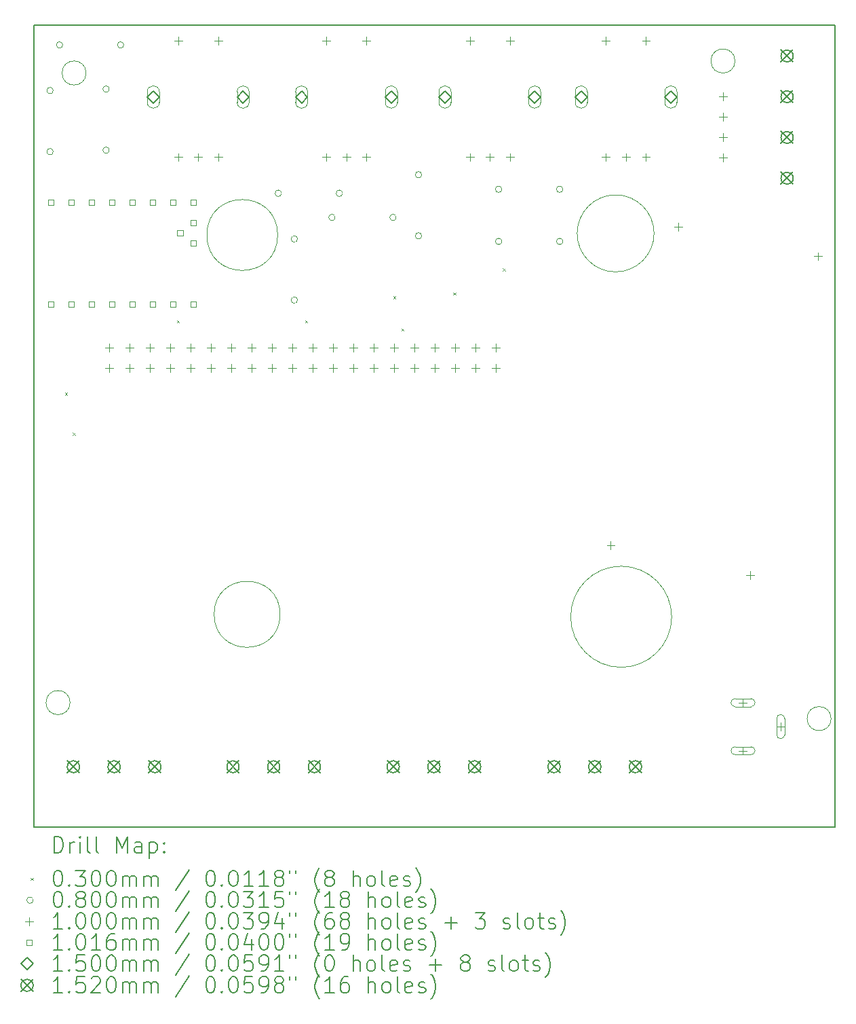
<source format=gbr>
%TF.GenerationSoftware,KiCad,Pcbnew,8.0.5*%
%TF.CreationDate,2025-06-03T16:45:26-04:00*%
%TF.ProjectId,arm,61726d2e-6b69-4636-9164-5f7063625858,rev?*%
%TF.SameCoordinates,Original*%
%TF.FileFunction,Drillmap*%
%TF.FilePolarity,Positive*%
%FSLAX45Y45*%
G04 Gerber Fmt 4.5, Leading zero omitted, Abs format (unit mm)*
G04 Created by KiCad (PCBNEW 8.0.5) date 2025-06-03 16:45:26*
%MOMM*%
%LPD*%
G01*
G04 APERTURE LIST*
%ADD10C,0.050000*%
%ADD11C,0.200000*%
%ADD12C,0.100000*%
%ADD13C,0.101600*%
%ADD14C,0.150000*%
%ADD15C,0.152000*%
G04 APERTURE END LIST*
D10*
X22740000Y-5600000D02*
G75*
G02*
X21780000Y-5600000I-480000J0D01*
G01*
X21780000Y-5600000D02*
G75*
G02*
X22740000Y-5600000I480000J0D01*
G01*
X18071692Y-10349356D02*
G75*
G02*
X17248308Y-10349356I-411692J0D01*
G01*
X17248308Y-10349356D02*
G75*
G02*
X18071692Y-10349356I411692J0D01*
G01*
X15450000Y-11450000D02*
G75*
G02*
X15150000Y-11450000I-150000J0D01*
G01*
X15150000Y-11450000D02*
G75*
G02*
X15450000Y-11450000I150000J0D01*
G01*
X15650000Y-3600000D02*
G75*
G02*
X15350000Y-3600000I-150000J0D01*
G01*
X15350000Y-3600000D02*
G75*
G02*
X15650000Y-3600000I150000J0D01*
G01*
X22960000Y-10380000D02*
G75*
G02*
X21699365Y-10380000I-630317J0D01*
G01*
X21699365Y-10380000D02*
G75*
G02*
X22960000Y-10380000I630317J0D01*
G01*
X24950000Y-11650000D02*
G75*
G02*
X24650000Y-11650000I-150000J0D01*
G01*
X24650000Y-11650000D02*
G75*
G02*
X24950000Y-11650000I150000J0D01*
G01*
X18041865Y-5620000D02*
G75*
G02*
X17158135Y-5620000I-441865J0D01*
G01*
X17158135Y-5620000D02*
G75*
G02*
X18041865Y-5620000I441865J0D01*
G01*
D11*
X15000000Y-3000000D02*
X25000000Y-3000000D01*
X25000000Y-13000000D01*
X15000000Y-13000000D01*
X15000000Y-3000000D01*
D10*
X23750000Y-3450000D02*
G75*
G02*
X23450000Y-3450000I-150000J0D01*
G01*
X23450000Y-3450000D02*
G75*
G02*
X23750000Y-3450000I150000J0D01*
G01*
D11*
D12*
X15385000Y-7585000D02*
X15415000Y-7615000D01*
X15415000Y-7585000D02*
X15385000Y-7615000D01*
X15485000Y-8085000D02*
X15515000Y-8115000D01*
X15515000Y-8085000D02*
X15485000Y-8115000D01*
X16785000Y-6685000D02*
X16815000Y-6715000D01*
X16815000Y-6685000D02*
X16785000Y-6715000D01*
X18385000Y-6685000D02*
X18415000Y-6715000D01*
X18415000Y-6685000D02*
X18385000Y-6715000D01*
X19485000Y-6385000D02*
X19515000Y-6415000D01*
X19515000Y-6385000D02*
X19485000Y-6415000D01*
X19585000Y-6785000D02*
X19615000Y-6815000D01*
X19615000Y-6785000D02*
X19585000Y-6815000D01*
X20235000Y-6335000D02*
X20265000Y-6365000D01*
X20265000Y-6335000D02*
X20235000Y-6365000D01*
X20853400Y-6035000D02*
X20883400Y-6065000D01*
X20883400Y-6035000D02*
X20853400Y-6065000D01*
X15240000Y-3819000D02*
G75*
G02*
X15160000Y-3819000I-40000J0D01*
G01*
X15160000Y-3819000D02*
G75*
G02*
X15240000Y-3819000I40000J0D01*
G01*
X15240000Y-4581000D02*
G75*
G02*
X15160000Y-4581000I-40000J0D01*
G01*
X15160000Y-4581000D02*
G75*
G02*
X15240000Y-4581000I40000J0D01*
G01*
X15359000Y-3250000D02*
G75*
G02*
X15279000Y-3250000I-40000J0D01*
G01*
X15279000Y-3250000D02*
G75*
G02*
X15359000Y-3250000I40000J0D01*
G01*
X15940000Y-3800000D02*
G75*
G02*
X15860000Y-3800000I-40000J0D01*
G01*
X15860000Y-3800000D02*
G75*
G02*
X15940000Y-3800000I40000J0D01*
G01*
X15940000Y-4562000D02*
G75*
G02*
X15860000Y-4562000I-40000J0D01*
G01*
X15860000Y-4562000D02*
G75*
G02*
X15940000Y-4562000I40000J0D01*
G01*
X16121000Y-3250000D02*
G75*
G02*
X16041000Y-3250000I-40000J0D01*
G01*
X16041000Y-3250000D02*
G75*
G02*
X16121000Y-3250000I40000J0D01*
G01*
X18090000Y-5100000D02*
G75*
G02*
X18010000Y-5100000I-40000J0D01*
G01*
X18010000Y-5100000D02*
G75*
G02*
X18090000Y-5100000I40000J0D01*
G01*
X18290000Y-5669000D02*
G75*
G02*
X18210000Y-5669000I-40000J0D01*
G01*
X18210000Y-5669000D02*
G75*
G02*
X18290000Y-5669000I40000J0D01*
G01*
X18290000Y-6431000D02*
G75*
G02*
X18210000Y-6431000I-40000J0D01*
G01*
X18210000Y-6431000D02*
G75*
G02*
X18290000Y-6431000I40000J0D01*
G01*
X18759000Y-5400000D02*
G75*
G02*
X18679000Y-5400000I-40000J0D01*
G01*
X18679000Y-5400000D02*
G75*
G02*
X18759000Y-5400000I40000J0D01*
G01*
X18852000Y-5100000D02*
G75*
G02*
X18772000Y-5100000I-40000J0D01*
G01*
X18772000Y-5100000D02*
G75*
G02*
X18852000Y-5100000I40000J0D01*
G01*
X19521000Y-5400000D02*
G75*
G02*
X19441000Y-5400000I-40000J0D01*
G01*
X19441000Y-5400000D02*
G75*
G02*
X19521000Y-5400000I40000J0D01*
G01*
X19840000Y-4869000D02*
G75*
G02*
X19760000Y-4869000I-40000J0D01*
G01*
X19760000Y-4869000D02*
G75*
G02*
X19840000Y-4869000I40000J0D01*
G01*
X19840000Y-5631000D02*
G75*
G02*
X19760000Y-5631000I-40000J0D01*
G01*
X19760000Y-5631000D02*
G75*
G02*
X19840000Y-5631000I40000J0D01*
G01*
X20840000Y-5050000D02*
G75*
G02*
X20760000Y-5050000I-40000J0D01*
G01*
X20760000Y-5050000D02*
G75*
G02*
X20840000Y-5050000I40000J0D01*
G01*
X20840000Y-5700000D02*
G75*
G02*
X20760000Y-5700000I-40000J0D01*
G01*
X20760000Y-5700000D02*
G75*
G02*
X20840000Y-5700000I40000J0D01*
G01*
X21602000Y-5050000D02*
G75*
G02*
X21522000Y-5050000I-40000J0D01*
G01*
X21522000Y-5050000D02*
G75*
G02*
X21602000Y-5050000I40000J0D01*
G01*
X21602000Y-5700000D02*
G75*
G02*
X21522000Y-5700000I-40000J0D01*
G01*
X21522000Y-5700000D02*
G75*
G02*
X21602000Y-5700000I40000J0D01*
G01*
X15937000Y-6973000D02*
X15937000Y-7073000D01*
X15887000Y-7023000D02*
X15987000Y-7023000D01*
X15937000Y-7227000D02*
X15937000Y-7327000D01*
X15887000Y-7277000D02*
X15987000Y-7277000D01*
X16191000Y-6973000D02*
X16191000Y-7073000D01*
X16141000Y-7023000D02*
X16241000Y-7023000D01*
X16191000Y-7227000D02*
X16191000Y-7327000D01*
X16141000Y-7277000D02*
X16241000Y-7277000D01*
X16445000Y-6973000D02*
X16445000Y-7073000D01*
X16395000Y-7023000D02*
X16495000Y-7023000D01*
X16445000Y-7227000D02*
X16445000Y-7327000D01*
X16395000Y-7277000D02*
X16495000Y-7277000D01*
X16699000Y-6973000D02*
X16699000Y-7073000D01*
X16649000Y-7023000D02*
X16749000Y-7023000D01*
X16699000Y-7227000D02*
X16699000Y-7327000D01*
X16649000Y-7277000D02*
X16749000Y-7277000D01*
X16800000Y-3150000D02*
X16800000Y-3250000D01*
X16750000Y-3200000D02*
X16850000Y-3200000D01*
X16800000Y-4600000D02*
X16800000Y-4700000D01*
X16750000Y-4650000D02*
X16850000Y-4650000D01*
X16953000Y-6973000D02*
X16953000Y-7073000D01*
X16903000Y-7023000D02*
X17003000Y-7023000D01*
X16953000Y-7227000D02*
X16953000Y-7327000D01*
X16903000Y-7277000D02*
X17003000Y-7277000D01*
X17050000Y-4600000D02*
X17050000Y-4700000D01*
X17000000Y-4650000D02*
X17100000Y-4650000D01*
X17207000Y-6973000D02*
X17207000Y-7073000D01*
X17157000Y-7023000D02*
X17257000Y-7023000D01*
X17207000Y-7227000D02*
X17207000Y-7327000D01*
X17157000Y-7277000D02*
X17257000Y-7277000D01*
X17300000Y-3150000D02*
X17300000Y-3250000D01*
X17250000Y-3200000D02*
X17350000Y-3200000D01*
X17300000Y-4600000D02*
X17300000Y-4700000D01*
X17250000Y-4650000D02*
X17350000Y-4650000D01*
X17461000Y-6973000D02*
X17461000Y-7073000D01*
X17411000Y-7023000D02*
X17511000Y-7023000D01*
X17461000Y-7227000D02*
X17461000Y-7327000D01*
X17411000Y-7277000D02*
X17511000Y-7277000D01*
X17715000Y-6973000D02*
X17715000Y-7073000D01*
X17665000Y-7023000D02*
X17765000Y-7023000D01*
X17715000Y-7227000D02*
X17715000Y-7327000D01*
X17665000Y-7277000D02*
X17765000Y-7277000D01*
X17969000Y-6973000D02*
X17969000Y-7073000D01*
X17919000Y-7023000D02*
X18019000Y-7023000D01*
X17969000Y-7227000D02*
X17969000Y-7327000D01*
X17919000Y-7277000D02*
X18019000Y-7277000D01*
X18223000Y-6973000D02*
X18223000Y-7073000D01*
X18173000Y-7023000D02*
X18273000Y-7023000D01*
X18223000Y-7227000D02*
X18223000Y-7327000D01*
X18173000Y-7277000D02*
X18273000Y-7277000D01*
X18477000Y-6973000D02*
X18477000Y-7073000D01*
X18427000Y-7023000D02*
X18527000Y-7023000D01*
X18477000Y-7227000D02*
X18477000Y-7327000D01*
X18427000Y-7277000D02*
X18527000Y-7277000D01*
X18650000Y-3150000D02*
X18650000Y-3250000D01*
X18600000Y-3200000D02*
X18700000Y-3200000D01*
X18650000Y-4600000D02*
X18650000Y-4700000D01*
X18600000Y-4650000D02*
X18700000Y-4650000D01*
X18731000Y-6973000D02*
X18731000Y-7073000D01*
X18681000Y-7023000D02*
X18781000Y-7023000D01*
X18731000Y-7227000D02*
X18731000Y-7327000D01*
X18681000Y-7277000D02*
X18781000Y-7277000D01*
X18900000Y-4600000D02*
X18900000Y-4700000D01*
X18850000Y-4650000D02*
X18950000Y-4650000D01*
X18985000Y-6973000D02*
X18985000Y-7073000D01*
X18935000Y-7023000D02*
X19035000Y-7023000D01*
X18985000Y-7227000D02*
X18985000Y-7327000D01*
X18935000Y-7277000D02*
X19035000Y-7277000D01*
X19150000Y-3150000D02*
X19150000Y-3250000D01*
X19100000Y-3200000D02*
X19200000Y-3200000D01*
X19150000Y-4600000D02*
X19150000Y-4700000D01*
X19100000Y-4650000D02*
X19200000Y-4650000D01*
X19239000Y-6973000D02*
X19239000Y-7073000D01*
X19189000Y-7023000D02*
X19289000Y-7023000D01*
X19239000Y-7227000D02*
X19239000Y-7327000D01*
X19189000Y-7277000D02*
X19289000Y-7277000D01*
X19493000Y-6973000D02*
X19493000Y-7073000D01*
X19443000Y-7023000D02*
X19543000Y-7023000D01*
X19493000Y-7227000D02*
X19493000Y-7327000D01*
X19443000Y-7277000D02*
X19543000Y-7277000D01*
X19747000Y-6973000D02*
X19747000Y-7073000D01*
X19697000Y-7023000D02*
X19797000Y-7023000D01*
X19747000Y-7227000D02*
X19747000Y-7327000D01*
X19697000Y-7277000D02*
X19797000Y-7277000D01*
X20001000Y-6973000D02*
X20001000Y-7073000D01*
X19951000Y-7023000D02*
X20051000Y-7023000D01*
X20001000Y-7227000D02*
X20001000Y-7327000D01*
X19951000Y-7277000D02*
X20051000Y-7277000D01*
X20255000Y-6973000D02*
X20255000Y-7073000D01*
X20205000Y-7023000D02*
X20305000Y-7023000D01*
X20255000Y-7227000D02*
X20255000Y-7327000D01*
X20205000Y-7277000D02*
X20305000Y-7277000D01*
X20440000Y-3150000D02*
X20440000Y-3250000D01*
X20390000Y-3200000D02*
X20490000Y-3200000D01*
X20440000Y-4600000D02*
X20440000Y-4700000D01*
X20390000Y-4650000D02*
X20490000Y-4650000D01*
X20509000Y-6973000D02*
X20509000Y-7073000D01*
X20459000Y-7023000D02*
X20559000Y-7023000D01*
X20509000Y-7227000D02*
X20509000Y-7327000D01*
X20459000Y-7277000D02*
X20559000Y-7277000D01*
X20690000Y-4600000D02*
X20690000Y-4700000D01*
X20640000Y-4650000D02*
X20740000Y-4650000D01*
X20763000Y-6973000D02*
X20763000Y-7073000D01*
X20713000Y-7023000D02*
X20813000Y-7023000D01*
X20763000Y-7227000D02*
X20763000Y-7327000D01*
X20713000Y-7277000D02*
X20813000Y-7277000D01*
X20940000Y-3150000D02*
X20940000Y-3250000D01*
X20890000Y-3200000D02*
X20990000Y-3200000D01*
X20940000Y-4600000D02*
X20940000Y-4700000D01*
X20890000Y-4650000D02*
X20990000Y-4650000D01*
X22140000Y-3150000D02*
X22140000Y-3250000D01*
X22090000Y-3200000D02*
X22190000Y-3200000D01*
X22140000Y-4600000D02*
X22140000Y-4700000D01*
X22090000Y-4650000D02*
X22190000Y-4650000D01*
X22200000Y-9441254D02*
X22200000Y-9541254D01*
X22150000Y-9491254D02*
X22250000Y-9491254D01*
X22390000Y-4600000D02*
X22390000Y-4700000D01*
X22340000Y-4650000D02*
X22440000Y-4650000D01*
X22640000Y-3150000D02*
X22640000Y-3250000D01*
X22590000Y-3200000D02*
X22690000Y-3200000D01*
X22640000Y-4600000D02*
X22640000Y-4700000D01*
X22590000Y-4650000D02*
X22690000Y-4650000D01*
X23044953Y-5466062D02*
X23044953Y-5566062D01*
X22994953Y-5516062D02*
X23094953Y-5516062D01*
X23600000Y-3842000D02*
X23600000Y-3942000D01*
X23550000Y-3892000D02*
X23650000Y-3892000D01*
X23600000Y-4096000D02*
X23600000Y-4196000D01*
X23550000Y-4146000D02*
X23650000Y-4146000D01*
X23600000Y-4350000D02*
X23600000Y-4450000D01*
X23550000Y-4400000D02*
X23650000Y-4400000D01*
X23600000Y-4604000D02*
X23600000Y-4704000D01*
X23550000Y-4654000D02*
X23650000Y-4654000D01*
X23850000Y-11400000D02*
X23850000Y-11500000D01*
X23800000Y-11450000D02*
X23900000Y-11450000D01*
X23750000Y-11500000D02*
X23950000Y-11500000D01*
X23950000Y-11400000D02*
G75*
G02*
X23950000Y-11500000I0J-50000D01*
G01*
X23950000Y-11400000D02*
X23750000Y-11400000D01*
X23750000Y-11400000D02*
G75*
G03*
X23750000Y-11500000I0J-50000D01*
G01*
X23850000Y-12000000D02*
X23850000Y-12100000D01*
X23800000Y-12050000D02*
X23900000Y-12050000D01*
X23750000Y-12100000D02*
X23950000Y-12100000D01*
X23950000Y-12000000D02*
G75*
G02*
X23950000Y-12100000I0J-50000D01*
G01*
X23950000Y-12000000D02*
X23750000Y-12000000D01*
X23750000Y-12000000D02*
G75*
G03*
X23750000Y-12100000I0J-50000D01*
G01*
X23939147Y-9810921D02*
X23939147Y-9910921D01*
X23889147Y-9860921D02*
X23989147Y-9860921D01*
X24320000Y-11700000D02*
X24320000Y-11800000D01*
X24270000Y-11750000D02*
X24370000Y-11750000D01*
X24370000Y-11850000D02*
X24370000Y-11650000D01*
X24270000Y-11650000D02*
G75*
G02*
X24370000Y-11650000I50000J0D01*
G01*
X24270000Y-11650000D02*
X24270000Y-11850000D01*
X24270000Y-11850000D02*
G75*
G03*
X24370000Y-11850000I50000J0D01*
G01*
X24784100Y-5835729D02*
X24784100Y-5935729D01*
X24734100Y-5885729D02*
X24834100Y-5885729D01*
D13*
X15246921Y-5250921D02*
X15246921Y-5179079D01*
X15175079Y-5179079D01*
X15175079Y-5250921D01*
X15246921Y-5250921D01*
X15246921Y-6520921D02*
X15246921Y-6449079D01*
X15175079Y-6449079D01*
X15175079Y-6520921D01*
X15246921Y-6520921D01*
X15500921Y-5250921D02*
X15500921Y-5179079D01*
X15429079Y-5179079D01*
X15429079Y-5250921D01*
X15500921Y-5250921D01*
X15500921Y-6520921D02*
X15500921Y-6449079D01*
X15429079Y-6449079D01*
X15429079Y-6520921D01*
X15500921Y-6520921D01*
X15754921Y-5250921D02*
X15754921Y-5179079D01*
X15683079Y-5179079D01*
X15683079Y-5250921D01*
X15754921Y-5250921D01*
X15754921Y-6520921D02*
X15754921Y-6449079D01*
X15683079Y-6449079D01*
X15683079Y-6520921D01*
X15754921Y-6520921D01*
X16008921Y-5250921D02*
X16008921Y-5179079D01*
X15937079Y-5179079D01*
X15937079Y-5250921D01*
X16008921Y-5250921D01*
X16008921Y-6520921D02*
X16008921Y-6449079D01*
X15937079Y-6449079D01*
X15937079Y-6520921D01*
X16008921Y-6520921D01*
X16262921Y-5250921D02*
X16262921Y-5179079D01*
X16191079Y-5179079D01*
X16191079Y-5250921D01*
X16262921Y-5250921D01*
X16262921Y-6520921D02*
X16262921Y-6449079D01*
X16191079Y-6449079D01*
X16191079Y-6520921D01*
X16262921Y-6520921D01*
X16516921Y-5250921D02*
X16516921Y-5179079D01*
X16445079Y-5179079D01*
X16445079Y-5250921D01*
X16516921Y-5250921D01*
X16516921Y-6520921D02*
X16516921Y-6449079D01*
X16445079Y-6449079D01*
X16445079Y-6520921D01*
X16516921Y-6520921D01*
X16770921Y-5250921D02*
X16770921Y-5179079D01*
X16699079Y-5179079D01*
X16699079Y-5250921D01*
X16770921Y-5250921D01*
X16770921Y-6520921D02*
X16770921Y-6449079D01*
X16699079Y-6449079D01*
X16699079Y-6520921D01*
X16770921Y-6520921D01*
X16859821Y-5631921D02*
X16859821Y-5560079D01*
X16787979Y-5560079D01*
X16787979Y-5631921D01*
X16859821Y-5631921D01*
X17024921Y-5250921D02*
X17024921Y-5179079D01*
X16953079Y-5179079D01*
X16953079Y-5250921D01*
X17024921Y-5250921D01*
X17024921Y-5504921D02*
X17024921Y-5433079D01*
X16953079Y-5433079D01*
X16953079Y-5504921D01*
X17024921Y-5504921D01*
X17024921Y-5758921D02*
X17024921Y-5687079D01*
X16953079Y-5687079D01*
X16953079Y-5758921D01*
X17024921Y-5758921D01*
X17024921Y-6520921D02*
X17024921Y-6449079D01*
X16953079Y-6449079D01*
X16953079Y-6520921D01*
X17024921Y-6520921D01*
D14*
X16490000Y-3975000D02*
X16565000Y-3900000D01*
X16490000Y-3825000D01*
X16415000Y-3900000D01*
X16490000Y-3975000D01*
D12*
X16565000Y-3965000D02*
X16565000Y-3835000D01*
X16415000Y-3835000D02*
G75*
G02*
X16565000Y-3835000I75000J0D01*
G01*
X16415000Y-3835000D02*
X16415000Y-3965000D01*
X16415000Y-3965000D02*
G75*
G03*
X16565000Y-3965000I75000J0D01*
G01*
D14*
X17610000Y-3975000D02*
X17685000Y-3900000D01*
X17610000Y-3825000D01*
X17535000Y-3900000D01*
X17610000Y-3975000D01*
D12*
X17685000Y-3965000D02*
X17685000Y-3835000D01*
X17535000Y-3835000D02*
G75*
G02*
X17685000Y-3835000I75000J0D01*
G01*
X17535000Y-3835000D02*
X17535000Y-3965000D01*
X17535000Y-3965000D02*
G75*
G03*
X17685000Y-3965000I75000J0D01*
G01*
D14*
X18340000Y-3975000D02*
X18415000Y-3900000D01*
X18340000Y-3825000D01*
X18265000Y-3900000D01*
X18340000Y-3975000D01*
D12*
X18415000Y-3965000D02*
X18415000Y-3835000D01*
X18265000Y-3835000D02*
G75*
G02*
X18415000Y-3835000I75000J0D01*
G01*
X18265000Y-3835000D02*
X18265000Y-3965000D01*
X18265000Y-3965000D02*
G75*
G03*
X18415000Y-3965000I75000J0D01*
G01*
D14*
X19460000Y-3975000D02*
X19535000Y-3900000D01*
X19460000Y-3825000D01*
X19385000Y-3900000D01*
X19460000Y-3975000D01*
D12*
X19535000Y-3965000D02*
X19535000Y-3835000D01*
X19385000Y-3835000D02*
G75*
G02*
X19535000Y-3835000I75000J0D01*
G01*
X19385000Y-3835000D02*
X19385000Y-3965000D01*
X19385000Y-3965000D02*
G75*
G03*
X19535000Y-3965000I75000J0D01*
G01*
D14*
X20130000Y-3975000D02*
X20205000Y-3900000D01*
X20130000Y-3825000D01*
X20055000Y-3900000D01*
X20130000Y-3975000D01*
D12*
X20205000Y-3965000D02*
X20205000Y-3835000D01*
X20055000Y-3835000D02*
G75*
G02*
X20205000Y-3835000I75000J0D01*
G01*
X20055000Y-3835000D02*
X20055000Y-3965000D01*
X20055000Y-3965000D02*
G75*
G03*
X20205000Y-3965000I75000J0D01*
G01*
D14*
X21250000Y-3975000D02*
X21325000Y-3900000D01*
X21250000Y-3825000D01*
X21175000Y-3900000D01*
X21250000Y-3975000D01*
D12*
X21325000Y-3965000D02*
X21325000Y-3835000D01*
X21175000Y-3835000D02*
G75*
G02*
X21325000Y-3835000I75000J0D01*
G01*
X21175000Y-3835000D02*
X21175000Y-3965000D01*
X21175000Y-3965000D02*
G75*
G03*
X21325000Y-3965000I75000J0D01*
G01*
D14*
X21830000Y-3975000D02*
X21905000Y-3900000D01*
X21830000Y-3825000D01*
X21755000Y-3900000D01*
X21830000Y-3975000D01*
D12*
X21905000Y-3965000D02*
X21905000Y-3835000D01*
X21755000Y-3835000D02*
G75*
G02*
X21905000Y-3835000I75000J0D01*
G01*
X21755000Y-3835000D02*
X21755000Y-3965000D01*
X21755000Y-3965000D02*
G75*
G03*
X21905000Y-3965000I75000J0D01*
G01*
D14*
X22950000Y-3975000D02*
X23025000Y-3900000D01*
X22950000Y-3825000D01*
X22875000Y-3900000D01*
X22950000Y-3975000D01*
D12*
X23025000Y-3965000D02*
X23025000Y-3835000D01*
X22875000Y-3835000D02*
G75*
G02*
X23025000Y-3835000I75000J0D01*
G01*
X22875000Y-3835000D02*
X22875000Y-3965000D01*
X22875000Y-3965000D02*
G75*
G03*
X23025000Y-3965000I75000J0D01*
G01*
D15*
X15416000Y-12174000D02*
X15568000Y-12326000D01*
X15568000Y-12174000D02*
X15416000Y-12326000D01*
X15568000Y-12250000D02*
G75*
G02*
X15416000Y-12250000I-76000J0D01*
G01*
X15416000Y-12250000D02*
G75*
G02*
X15568000Y-12250000I76000J0D01*
G01*
X15924000Y-12174000D02*
X16076000Y-12326000D01*
X16076000Y-12174000D02*
X15924000Y-12326000D01*
X16076000Y-12250000D02*
G75*
G02*
X15924000Y-12250000I-76000J0D01*
G01*
X15924000Y-12250000D02*
G75*
G02*
X16076000Y-12250000I76000J0D01*
G01*
X16432000Y-12174000D02*
X16584000Y-12326000D01*
X16584000Y-12174000D02*
X16432000Y-12326000D01*
X16584000Y-12250000D02*
G75*
G02*
X16432000Y-12250000I-76000J0D01*
G01*
X16432000Y-12250000D02*
G75*
G02*
X16584000Y-12250000I76000J0D01*
G01*
X17408000Y-12174000D02*
X17560000Y-12326000D01*
X17560000Y-12174000D02*
X17408000Y-12326000D01*
X17560000Y-12250000D02*
G75*
G02*
X17408000Y-12250000I-76000J0D01*
G01*
X17408000Y-12250000D02*
G75*
G02*
X17560000Y-12250000I76000J0D01*
G01*
X17916000Y-12174000D02*
X18068000Y-12326000D01*
X18068000Y-12174000D02*
X17916000Y-12326000D01*
X18068000Y-12250000D02*
G75*
G02*
X17916000Y-12250000I-76000J0D01*
G01*
X17916000Y-12250000D02*
G75*
G02*
X18068000Y-12250000I76000J0D01*
G01*
X18424000Y-12174000D02*
X18576000Y-12326000D01*
X18576000Y-12174000D02*
X18424000Y-12326000D01*
X18576000Y-12250000D02*
G75*
G02*
X18424000Y-12250000I-76000J0D01*
G01*
X18424000Y-12250000D02*
G75*
G02*
X18576000Y-12250000I76000J0D01*
G01*
X19408000Y-12174000D02*
X19560000Y-12326000D01*
X19560000Y-12174000D02*
X19408000Y-12326000D01*
X19560000Y-12250000D02*
G75*
G02*
X19408000Y-12250000I-76000J0D01*
G01*
X19408000Y-12250000D02*
G75*
G02*
X19560000Y-12250000I76000J0D01*
G01*
X19916000Y-12174000D02*
X20068000Y-12326000D01*
X20068000Y-12174000D02*
X19916000Y-12326000D01*
X20068000Y-12250000D02*
G75*
G02*
X19916000Y-12250000I-76000J0D01*
G01*
X19916000Y-12250000D02*
G75*
G02*
X20068000Y-12250000I76000J0D01*
G01*
X20424000Y-12174000D02*
X20576000Y-12326000D01*
X20576000Y-12174000D02*
X20424000Y-12326000D01*
X20576000Y-12250000D02*
G75*
G02*
X20424000Y-12250000I-76000J0D01*
G01*
X20424000Y-12250000D02*
G75*
G02*
X20576000Y-12250000I76000J0D01*
G01*
X21416000Y-12174000D02*
X21568000Y-12326000D01*
X21568000Y-12174000D02*
X21416000Y-12326000D01*
X21568000Y-12250000D02*
G75*
G02*
X21416000Y-12250000I-76000J0D01*
G01*
X21416000Y-12250000D02*
G75*
G02*
X21568000Y-12250000I76000J0D01*
G01*
X21924000Y-12174000D02*
X22076000Y-12326000D01*
X22076000Y-12174000D02*
X21924000Y-12326000D01*
X22076000Y-12250000D02*
G75*
G02*
X21924000Y-12250000I-76000J0D01*
G01*
X21924000Y-12250000D02*
G75*
G02*
X22076000Y-12250000I76000J0D01*
G01*
X22432000Y-12174000D02*
X22584000Y-12326000D01*
X22584000Y-12174000D02*
X22432000Y-12326000D01*
X22584000Y-12250000D02*
G75*
G02*
X22432000Y-12250000I-76000J0D01*
G01*
X22432000Y-12250000D02*
G75*
G02*
X22584000Y-12250000I76000J0D01*
G01*
X24324000Y-3312000D02*
X24476000Y-3464000D01*
X24476000Y-3312000D02*
X24324000Y-3464000D01*
X24476000Y-3388000D02*
G75*
G02*
X24324000Y-3388000I-76000J0D01*
G01*
X24324000Y-3388000D02*
G75*
G02*
X24476000Y-3388000I76000J0D01*
G01*
X24324000Y-3820000D02*
X24476000Y-3972000D01*
X24476000Y-3820000D02*
X24324000Y-3972000D01*
X24476000Y-3896000D02*
G75*
G02*
X24324000Y-3896000I-76000J0D01*
G01*
X24324000Y-3896000D02*
G75*
G02*
X24476000Y-3896000I76000J0D01*
G01*
X24324000Y-4328000D02*
X24476000Y-4480000D01*
X24476000Y-4328000D02*
X24324000Y-4480000D01*
X24476000Y-4404000D02*
G75*
G02*
X24324000Y-4404000I-76000J0D01*
G01*
X24324000Y-4404000D02*
G75*
G02*
X24476000Y-4404000I76000J0D01*
G01*
X24324000Y-4836000D02*
X24476000Y-4988000D01*
X24476000Y-4836000D02*
X24324000Y-4988000D01*
X24476000Y-4912000D02*
G75*
G02*
X24324000Y-4912000I-76000J0D01*
G01*
X24324000Y-4912000D02*
G75*
G02*
X24476000Y-4912000I76000J0D01*
G01*
D11*
X15250777Y-13321484D02*
X15250777Y-13121484D01*
X15250777Y-13121484D02*
X15298396Y-13121484D01*
X15298396Y-13121484D02*
X15326967Y-13131008D01*
X15326967Y-13131008D02*
X15346015Y-13150055D01*
X15346015Y-13150055D02*
X15355539Y-13169103D01*
X15355539Y-13169103D02*
X15365062Y-13207198D01*
X15365062Y-13207198D02*
X15365062Y-13235769D01*
X15365062Y-13235769D02*
X15355539Y-13273865D01*
X15355539Y-13273865D02*
X15346015Y-13292912D01*
X15346015Y-13292912D02*
X15326967Y-13311960D01*
X15326967Y-13311960D02*
X15298396Y-13321484D01*
X15298396Y-13321484D02*
X15250777Y-13321484D01*
X15450777Y-13321484D02*
X15450777Y-13188150D01*
X15450777Y-13226246D02*
X15460301Y-13207198D01*
X15460301Y-13207198D02*
X15469824Y-13197674D01*
X15469824Y-13197674D02*
X15488872Y-13188150D01*
X15488872Y-13188150D02*
X15507920Y-13188150D01*
X15574586Y-13321484D02*
X15574586Y-13188150D01*
X15574586Y-13121484D02*
X15565062Y-13131008D01*
X15565062Y-13131008D02*
X15574586Y-13140531D01*
X15574586Y-13140531D02*
X15584110Y-13131008D01*
X15584110Y-13131008D02*
X15574586Y-13121484D01*
X15574586Y-13121484D02*
X15574586Y-13140531D01*
X15698396Y-13321484D02*
X15679348Y-13311960D01*
X15679348Y-13311960D02*
X15669824Y-13292912D01*
X15669824Y-13292912D02*
X15669824Y-13121484D01*
X15803158Y-13321484D02*
X15784110Y-13311960D01*
X15784110Y-13311960D02*
X15774586Y-13292912D01*
X15774586Y-13292912D02*
X15774586Y-13121484D01*
X16031729Y-13321484D02*
X16031729Y-13121484D01*
X16031729Y-13121484D02*
X16098396Y-13264341D01*
X16098396Y-13264341D02*
X16165062Y-13121484D01*
X16165062Y-13121484D02*
X16165062Y-13321484D01*
X16346015Y-13321484D02*
X16346015Y-13216722D01*
X16346015Y-13216722D02*
X16336491Y-13197674D01*
X16336491Y-13197674D02*
X16317443Y-13188150D01*
X16317443Y-13188150D02*
X16279348Y-13188150D01*
X16279348Y-13188150D02*
X16260301Y-13197674D01*
X16346015Y-13311960D02*
X16326967Y-13321484D01*
X16326967Y-13321484D02*
X16279348Y-13321484D01*
X16279348Y-13321484D02*
X16260301Y-13311960D01*
X16260301Y-13311960D02*
X16250777Y-13292912D01*
X16250777Y-13292912D02*
X16250777Y-13273865D01*
X16250777Y-13273865D02*
X16260301Y-13254817D01*
X16260301Y-13254817D02*
X16279348Y-13245293D01*
X16279348Y-13245293D02*
X16326967Y-13245293D01*
X16326967Y-13245293D02*
X16346015Y-13235769D01*
X16441253Y-13188150D02*
X16441253Y-13388150D01*
X16441253Y-13197674D02*
X16460301Y-13188150D01*
X16460301Y-13188150D02*
X16498396Y-13188150D01*
X16498396Y-13188150D02*
X16517443Y-13197674D01*
X16517443Y-13197674D02*
X16526967Y-13207198D01*
X16526967Y-13207198D02*
X16536491Y-13226246D01*
X16536491Y-13226246D02*
X16536491Y-13283388D01*
X16536491Y-13283388D02*
X16526967Y-13302436D01*
X16526967Y-13302436D02*
X16517443Y-13311960D01*
X16517443Y-13311960D02*
X16498396Y-13321484D01*
X16498396Y-13321484D02*
X16460301Y-13321484D01*
X16460301Y-13321484D02*
X16441253Y-13311960D01*
X16622205Y-13302436D02*
X16631729Y-13311960D01*
X16631729Y-13311960D02*
X16622205Y-13321484D01*
X16622205Y-13321484D02*
X16612682Y-13311960D01*
X16612682Y-13311960D02*
X16622205Y-13302436D01*
X16622205Y-13302436D02*
X16622205Y-13321484D01*
X16622205Y-13197674D02*
X16631729Y-13207198D01*
X16631729Y-13207198D02*
X16622205Y-13216722D01*
X16622205Y-13216722D02*
X16612682Y-13207198D01*
X16612682Y-13207198D02*
X16622205Y-13197674D01*
X16622205Y-13197674D02*
X16622205Y-13216722D01*
D12*
X14960000Y-13635000D02*
X14990000Y-13665000D01*
X14990000Y-13635000D02*
X14960000Y-13665000D01*
D11*
X15288872Y-13541484D02*
X15307920Y-13541484D01*
X15307920Y-13541484D02*
X15326967Y-13551008D01*
X15326967Y-13551008D02*
X15336491Y-13560531D01*
X15336491Y-13560531D02*
X15346015Y-13579579D01*
X15346015Y-13579579D02*
X15355539Y-13617674D01*
X15355539Y-13617674D02*
X15355539Y-13665293D01*
X15355539Y-13665293D02*
X15346015Y-13703388D01*
X15346015Y-13703388D02*
X15336491Y-13722436D01*
X15336491Y-13722436D02*
X15326967Y-13731960D01*
X15326967Y-13731960D02*
X15307920Y-13741484D01*
X15307920Y-13741484D02*
X15288872Y-13741484D01*
X15288872Y-13741484D02*
X15269824Y-13731960D01*
X15269824Y-13731960D02*
X15260301Y-13722436D01*
X15260301Y-13722436D02*
X15250777Y-13703388D01*
X15250777Y-13703388D02*
X15241253Y-13665293D01*
X15241253Y-13665293D02*
X15241253Y-13617674D01*
X15241253Y-13617674D02*
X15250777Y-13579579D01*
X15250777Y-13579579D02*
X15260301Y-13560531D01*
X15260301Y-13560531D02*
X15269824Y-13551008D01*
X15269824Y-13551008D02*
X15288872Y-13541484D01*
X15441253Y-13722436D02*
X15450777Y-13731960D01*
X15450777Y-13731960D02*
X15441253Y-13741484D01*
X15441253Y-13741484D02*
X15431729Y-13731960D01*
X15431729Y-13731960D02*
X15441253Y-13722436D01*
X15441253Y-13722436D02*
X15441253Y-13741484D01*
X15517443Y-13541484D02*
X15641253Y-13541484D01*
X15641253Y-13541484D02*
X15574586Y-13617674D01*
X15574586Y-13617674D02*
X15603158Y-13617674D01*
X15603158Y-13617674D02*
X15622205Y-13627198D01*
X15622205Y-13627198D02*
X15631729Y-13636722D01*
X15631729Y-13636722D02*
X15641253Y-13655769D01*
X15641253Y-13655769D02*
X15641253Y-13703388D01*
X15641253Y-13703388D02*
X15631729Y-13722436D01*
X15631729Y-13722436D02*
X15622205Y-13731960D01*
X15622205Y-13731960D02*
X15603158Y-13741484D01*
X15603158Y-13741484D02*
X15546015Y-13741484D01*
X15546015Y-13741484D02*
X15526967Y-13731960D01*
X15526967Y-13731960D02*
X15517443Y-13722436D01*
X15765062Y-13541484D02*
X15784110Y-13541484D01*
X15784110Y-13541484D02*
X15803158Y-13551008D01*
X15803158Y-13551008D02*
X15812682Y-13560531D01*
X15812682Y-13560531D02*
X15822205Y-13579579D01*
X15822205Y-13579579D02*
X15831729Y-13617674D01*
X15831729Y-13617674D02*
X15831729Y-13665293D01*
X15831729Y-13665293D02*
X15822205Y-13703388D01*
X15822205Y-13703388D02*
X15812682Y-13722436D01*
X15812682Y-13722436D02*
X15803158Y-13731960D01*
X15803158Y-13731960D02*
X15784110Y-13741484D01*
X15784110Y-13741484D02*
X15765062Y-13741484D01*
X15765062Y-13741484D02*
X15746015Y-13731960D01*
X15746015Y-13731960D02*
X15736491Y-13722436D01*
X15736491Y-13722436D02*
X15726967Y-13703388D01*
X15726967Y-13703388D02*
X15717443Y-13665293D01*
X15717443Y-13665293D02*
X15717443Y-13617674D01*
X15717443Y-13617674D02*
X15726967Y-13579579D01*
X15726967Y-13579579D02*
X15736491Y-13560531D01*
X15736491Y-13560531D02*
X15746015Y-13551008D01*
X15746015Y-13551008D02*
X15765062Y-13541484D01*
X15955539Y-13541484D02*
X15974586Y-13541484D01*
X15974586Y-13541484D02*
X15993634Y-13551008D01*
X15993634Y-13551008D02*
X16003158Y-13560531D01*
X16003158Y-13560531D02*
X16012682Y-13579579D01*
X16012682Y-13579579D02*
X16022205Y-13617674D01*
X16022205Y-13617674D02*
X16022205Y-13665293D01*
X16022205Y-13665293D02*
X16012682Y-13703388D01*
X16012682Y-13703388D02*
X16003158Y-13722436D01*
X16003158Y-13722436D02*
X15993634Y-13731960D01*
X15993634Y-13731960D02*
X15974586Y-13741484D01*
X15974586Y-13741484D02*
X15955539Y-13741484D01*
X15955539Y-13741484D02*
X15936491Y-13731960D01*
X15936491Y-13731960D02*
X15926967Y-13722436D01*
X15926967Y-13722436D02*
X15917443Y-13703388D01*
X15917443Y-13703388D02*
X15907920Y-13665293D01*
X15907920Y-13665293D02*
X15907920Y-13617674D01*
X15907920Y-13617674D02*
X15917443Y-13579579D01*
X15917443Y-13579579D02*
X15926967Y-13560531D01*
X15926967Y-13560531D02*
X15936491Y-13551008D01*
X15936491Y-13551008D02*
X15955539Y-13541484D01*
X16107920Y-13741484D02*
X16107920Y-13608150D01*
X16107920Y-13627198D02*
X16117443Y-13617674D01*
X16117443Y-13617674D02*
X16136491Y-13608150D01*
X16136491Y-13608150D02*
X16165063Y-13608150D01*
X16165063Y-13608150D02*
X16184110Y-13617674D01*
X16184110Y-13617674D02*
X16193634Y-13636722D01*
X16193634Y-13636722D02*
X16193634Y-13741484D01*
X16193634Y-13636722D02*
X16203158Y-13617674D01*
X16203158Y-13617674D02*
X16222205Y-13608150D01*
X16222205Y-13608150D02*
X16250777Y-13608150D01*
X16250777Y-13608150D02*
X16269824Y-13617674D01*
X16269824Y-13617674D02*
X16279348Y-13636722D01*
X16279348Y-13636722D02*
X16279348Y-13741484D01*
X16374586Y-13741484D02*
X16374586Y-13608150D01*
X16374586Y-13627198D02*
X16384110Y-13617674D01*
X16384110Y-13617674D02*
X16403158Y-13608150D01*
X16403158Y-13608150D02*
X16431729Y-13608150D01*
X16431729Y-13608150D02*
X16450777Y-13617674D01*
X16450777Y-13617674D02*
X16460301Y-13636722D01*
X16460301Y-13636722D02*
X16460301Y-13741484D01*
X16460301Y-13636722D02*
X16469824Y-13617674D01*
X16469824Y-13617674D02*
X16488872Y-13608150D01*
X16488872Y-13608150D02*
X16517443Y-13608150D01*
X16517443Y-13608150D02*
X16536491Y-13617674D01*
X16536491Y-13617674D02*
X16546015Y-13636722D01*
X16546015Y-13636722D02*
X16546015Y-13741484D01*
X16936491Y-13531960D02*
X16765063Y-13789103D01*
X17193634Y-13541484D02*
X17212682Y-13541484D01*
X17212682Y-13541484D02*
X17231729Y-13551008D01*
X17231729Y-13551008D02*
X17241253Y-13560531D01*
X17241253Y-13560531D02*
X17250777Y-13579579D01*
X17250777Y-13579579D02*
X17260301Y-13617674D01*
X17260301Y-13617674D02*
X17260301Y-13665293D01*
X17260301Y-13665293D02*
X17250777Y-13703388D01*
X17250777Y-13703388D02*
X17241253Y-13722436D01*
X17241253Y-13722436D02*
X17231729Y-13731960D01*
X17231729Y-13731960D02*
X17212682Y-13741484D01*
X17212682Y-13741484D02*
X17193634Y-13741484D01*
X17193634Y-13741484D02*
X17174587Y-13731960D01*
X17174587Y-13731960D02*
X17165063Y-13722436D01*
X17165063Y-13722436D02*
X17155539Y-13703388D01*
X17155539Y-13703388D02*
X17146015Y-13665293D01*
X17146015Y-13665293D02*
X17146015Y-13617674D01*
X17146015Y-13617674D02*
X17155539Y-13579579D01*
X17155539Y-13579579D02*
X17165063Y-13560531D01*
X17165063Y-13560531D02*
X17174587Y-13551008D01*
X17174587Y-13551008D02*
X17193634Y-13541484D01*
X17346015Y-13722436D02*
X17355539Y-13731960D01*
X17355539Y-13731960D02*
X17346015Y-13741484D01*
X17346015Y-13741484D02*
X17336491Y-13731960D01*
X17336491Y-13731960D02*
X17346015Y-13722436D01*
X17346015Y-13722436D02*
X17346015Y-13741484D01*
X17479348Y-13541484D02*
X17498396Y-13541484D01*
X17498396Y-13541484D02*
X17517444Y-13551008D01*
X17517444Y-13551008D02*
X17526968Y-13560531D01*
X17526968Y-13560531D02*
X17536491Y-13579579D01*
X17536491Y-13579579D02*
X17546015Y-13617674D01*
X17546015Y-13617674D02*
X17546015Y-13665293D01*
X17546015Y-13665293D02*
X17536491Y-13703388D01*
X17536491Y-13703388D02*
X17526968Y-13722436D01*
X17526968Y-13722436D02*
X17517444Y-13731960D01*
X17517444Y-13731960D02*
X17498396Y-13741484D01*
X17498396Y-13741484D02*
X17479348Y-13741484D01*
X17479348Y-13741484D02*
X17460301Y-13731960D01*
X17460301Y-13731960D02*
X17450777Y-13722436D01*
X17450777Y-13722436D02*
X17441253Y-13703388D01*
X17441253Y-13703388D02*
X17431729Y-13665293D01*
X17431729Y-13665293D02*
X17431729Y-13617674D01*
X17431729Y-13617674D02*
X17441253Y-13579579D01*
X17441253Y-13579579D02*
X17450777Y-13560531D01*
X17450777Y-13560531D02*
X17460301Y-13551008D01*
X17460301Y-13551008D02*
X17479348Y-13541484D01*
X17736491Y-13741484D02*
X17622206Y-13741484D01*
X17679348Y-13741484D02*
X17679348Y-13541484D01*
X17679348Y-13541484D02*
X17660301Y-13570055D01*
X17660301Y-13570055D02*
X17641253Y-13589103D01*
X17641253Y-13589103D02*
X17622206Y-13598627D01*
X17926968Y-13741484D02*
X17812682Y-13741484D01*
X17869825Y-13741484D02*
X17869825Y-13541484D01*
X17869825Y-13541484D02*
X17850777Y-13570055D01*
X17850777Y-13570055D02*
X17831729Y-13589103D01*
X17831729Y-13589103D02*
X17812682Y-13598627D01*
X18041253Y-13627198D02*
X18022206Y-13617674D01*
X18022206Y-13617674D02*
X18012682Y-13608150D01*
X18012682Y-13608150D02*
X18003158Y-13589103D01*
X18003158Y-13589103D02*
X18003158Y-13579579D01*
X18003158Y-13579579D02*
X18012682Y-13560531D01*
X18012682Y-13560531D02*
X18022206Y-13551008D01*
X18022206Y-13551008D02*
X18041253Y-13541484D01*
X18041253Y-13541484D02*
X18079349Y-13541484D01*
X18079349Y-13541484D02*
X18098396Y-13551008D01*
X18098396Y-13551008D02*
X18107920Y-13560531D01*
X18107920Y-13560531D02*
X18117444Y-13579579D01*
X18117444Y-13579579D02*
X18117444Y-13589103D01*
X18117444Y-13589103D02*
X18107920Y-13608150D01*
X18107920Y-13608150D02*
X18098396Y-13617674D01*
X18098396Y-13617674D02*
X18079349Y-13627198D01*
X18079349Y-13627198D02*
X18041253Y-13627198D01*
X18041253Y-13627198D02*
X18022206Y-13636722D01*
X18022206Y-13636722D02*
X18012682Y-13646246D01*
X18012682Y-13646246D02*
X18003158Y-13665293D01*
X18003158Y-13665293D02*
X18003158Y-13703388D01*
X18003158Y-13703388D02*
X18012682Y-13722436D01*
X18012682Y-13722436D02*
X18022206Y-13731960D01*
X18022206Y-13731960D02*
X18041253Y-13741484D01*
X18041253Y-13741484D02*
X18079349Y-13741484D01*
X18079349Y-13741484D02*
X18098396Y-13731960D01*
X18098396Y-13731960D02*
X18107920Y-13722436D01*
X18107920Y-13722436D02*
X18117444Y-13703388D01*
X18117444Y-13703388D02*
X18117444Y-13665293D01*
X18117444Y-13665293D02*
X18107920Y-13646246D01*
X18107920Y-13646246D02*
X18098396Y-13636722D01*
X18098396Y-13636722D02*
X18079349Y-13627198D01*
X18193634Y-13541484D02*
X18193634Y-13579579D01*
X18269825Y-13541484D02*
X18269825Y-13579579D01*
X18565063Y-13817674D02*
X18555539Y-13808150D01*
X18555539Y-13808150D02*
X18536491Y-13779579D01*
X18536491Y-13779579D02*
X18526968Y-13760531D01*
X18526968Y-13760531D02*
X18517444Y-13731960D01*
X18517444Y-13731960D02*
X18507920Y-13684341D01*
X18507920Y-13684341D02*
X18507920Y-13646246D01*
X18507920Y-13646246D02*
X18517444Y-13598627D01*
X18517444Y-13598627D02*
X18526968Y-13570055D01*
X18526968Y-13570055D02*
X18536491Y-13551008D01*
X18536491Y-13551008D02*
X18555539Y-13522436D01*
X18555539Y-13522436D02*
X18565063Y-13512912D01*
X18669825Y-13627198D02*
X18650777Y-13617674D01*
X18650777Y-13617674D02*
X18641253Y-13608150D01*
X18641253Y-13608150D02*
X18631730Y-13589103D01*
X18631730Y-13589103D02*
X18631730Y-13579579D01*
X18631730Y-13579579D02*
X18641253Y-13560531D01*
X18641253Y-13560531D02*
X18650777Y-13551008D01*
X18650777Y-13551008D02*
X18669825Y-13541484D01*
X18669825Y-13541484D02*
X18707920Y-13541484D01*
X18707920Y-13541484D02*
X18726968Y-13551008D01*
X18726968Y-13551008D02*
X18736491Y-13560531D01*
X18736491Y-13560531D02*
X18746015Y-13579579D01*
X18746015Y-13579579D02*
X18746015Y-13589103D01*
X18746015Y-13589103D02*
X18736491Y-13608150D01*
X18736491Y-13608150D02*
X18726968Y-13617674D01*
X18726968Y-13617674D02*
X18707920Y-13627198D01*
X18707920Y-13627198D02*
X18669825Y-13627198D01*
X18669825Y-13627198D02*
X18650777Y-13636722D01*
X18650777Y-13636722D02*
X18641253Y-13646246D01*
X18641253Y-13646246D02*
X18631730Y-13665293D01*
X18631730Y-13665293D02*
X18631730Y-13703388D01*
X18631730Y-13703388D02*
X18641253Y-13722436D01*
X18641253Y-13722436D02*
X18650777Y-13731960D01*
X18650777Y-13731960D02*
X18669825Y-13741484D01*
X18669825Y-13741484D02*
X18707920Y-13741484D01*
X18707920Y-13741484D02*
X18726968Y-13731960D01*
X18726968Y-13731960D02*
X18736491Y-13722436D01*
X18736491Y-13722436D02*
X18746015Y-13703388D01*
X18746015Y-13703388D02*
X18746015Y-13665293D01*
X18746015Y-13665293D02*
X18736491Y-13646246D01*
X18736491Y-13646246D02*
X18726968Y-13636722D01*
X18726968Y-13636722D02*
X18707920Y-13627198D01*
X18984111Y-13741484D02*
X18984111Y-13541484D01*
X19069825Y-13741484D02*
X19069825Y-13636722D01*
X19069825Y-13636722D02*
X19060301Y-13617674D01*
X19060301Y-13617674D02*
X19041253Y-13608150D01*
X19041253Y-13608150D02*
X19012682Y-13608150D01*
X19012682Y-13608150D02*
X18993634Y-13617674D01*
X18993634Y-13617674D02*
X18984111Y-13627198D01*
X19193634Y-13741484D02*
X19174587Y-13731960D01*
X19174587Y-13731960D02*
X19165063Y-13722436D01*
X19165063Y-13722436D02*
X19155539Y-13703388D01*
X19155539Y-13703388D02*
X19155539Y-13646246D01*
X19155539Y-13646246D02*
X19165063Y-13627198D01*
X19165063Y-13627198D02*
X19174587Y-13617674D01*
X19174587Y-13617674D02*
X19193634Y-13608150D01*
X19193634Y-13608150D02*
X19222206Y-13608150D01*
X19222206Y-13608150D02*
X19241253Y-13617674D01*
X19241253Y-13617674D02*
X19250777Y-13627198D01*
X19250777Y-13627198D02*
X19260301Y-13646246D01*
X19260301Y-13646246D02*
X19260301Y-13703388D01*
X19260301Y-13703388D02*
X19250777Y-13722436D01*
X19250777Y-13722436D02*
X19241253Y-13731960D01*
X19241253Y-13731960D02*
X19222206Y-13741484D01*
X19222206Y-13741484D02*
X19193634Y-13741484D01*
X19374587Y-13741484D02*
X19355539Y-13731960D01*
X19355539Y-13731960D02*
X19346015Y-13712912D01*
X19346015Y-13712912D02*
X19346015Y-13541484D01*
X19526968Y-13731960D02*
X19507920Y-13741484D01*
X19507920Y-13741484D02*
X19469825Y-13741484D01*
X19469825Y-13741484D02*
X19450777Y-13731960D01*
X19450777Y-13731960D02*
X19441253Y-13712912D01*
X19441253Y-13712912D02*
X19441253Y-13636722D01*
X19441253Y-13636722D02*
X19450777Y-13617674D01*
X19450777Y-13617674D02*
X19469825Y-13608150D01*
X19469825Y-13608150D02*
X19507920Y-13608150D01*
X19507920Y-13608150D02*
X19526968Y-13617674D01*
X19526968Y-13617674D02*
X19536492Y-13636722D01*
X19536492Y-13636722D02*
X19536492Y-13655769D01*
X19536492Y-13655769D02*
X19441253Y-13674817D01*
X19612682Y-13731960D02*
X19631730Y-13741484D01*
X19631730Y-13741484D02*
X19669825Y-13741484D01*
X19669825Y-13741484D02*
X19688873Y-13731960D01*
X19688873Y-13731960D02*
X19698396Y-13712912D01*
X19698396Y-13712912D02*
X19698396Y-13703388D01*
X19698396Y-13703388D02*
X19688873Y-13684341D01*
X19688873Y-13684341D02*
X19669825Y-13674817D01*
X19669825Y-13674817D02*
X19641253Y-13674817D01*
X19641253Y-13674817D02*
X19622206Y-13665293D01*
X19622206Y-13665293D02*
X19612682Y-13646246D01*
X19612682Y-13646246D02*
X19612682Y-13636722D01*
X19612682Y-13636722D02*
X19622206Y-13617674D01*
X19622206Y-13617674D02*
X19641253Y-13608150D01*
X19641253Y-13608150D02*
X19669825Y-13608150D01*
X19669825Y-13608150D02*
X19688873Y-13617674D01*
X19765063Y-13817674D02*
X19774587Y-13808150D01*
X19774587Y-13808150D02*
X19793634Y-13779579D01*
X19793634Y-13779579D02*
X19803158Y-13760531D01*
X19803158Y-13760531D02*
X19812682Y-13731960D01*
X19812682Y-13731960D02*
X19822206Y-13684341D01*
X19822206Y-13684341D02*
X19822206Y-13646246D01*
X19822206Y-13646246D02*
X19812682Y-13598627D01*
X19812682Y-13598627D02*
X19803158Y-13570055D01*
X19803158Y-13570055D02*
X19793634Y-13551008D01*
X19793634Y-13551008D02*
X19774587Y-13522436D01*
X19774587Y-13522436D02*
X19765063Y-13512912D01*
D12*
X14990000Y-13914000D02*
G75*
G02*
X14910000Y-13914000I-40000J0D01*
G01*
X14910000Y-13914000D02*
G75*
G02*
X14990000Y-13914000I40000J0D01*
G01*
D11*
X15288872Y-13805484D02*
X15307920Y-13805484D01*
X15307920Y-13805484D02*
X15326967Y-13815008D01*
X15326967Y-13815008D02*
X15336491Y-13824531D01*
X15336491Y-13824531D02*
X15346015Y-13843579D01*
X15346015Y-13843579D02*
X15355539Y-13881674D01*
X15355539Y-13881674D02*
X15355539Y-13929293D01*
X15355539Y-13929293D02*
X15346015Y-13967388D01*
X15346015Y-13967388D02*
X15336491Y-13986436D01*
X15336491Y-13986436D02*
X15326967Y-13995960D01*
X15326967Y-13995960D02*
X15307920Y-14005484D01*
X15307920Y-14005484D02*
X15288872Y-14005484D01*
X15288872Y-14005484D02*
X15269824Y-13995960D01*
X15269824Y-13995960D02*
X15260301Y-13986436D01*
X15260301Y-13986436D02*
X15250777Y-13967388D01*
X15250777Y-13967388D02*
X15241253Y-13929293D01*
X15241253Y-13929293D02*
X15241253Y-13881674D01*
X15241253Y-13881674D02*
X15250777Y-13843579D01*
X15250777Y-13843579D02*
X15260301Y-13824531D01*
X15260301Y-13824531D02*
X15269824Y-13815008D01*
X15269824Y-13815008D02*
X15288872Y-13805484D01*
X15441253Y-13986436D02*
X15450777Y-13995960D01*
X15450777Y-13995960D02*
X15441253Y-14005484D01*
X15441253Y-14005484D02*
X15431729Y-13995960D01*
X15431729Y-13995960D02*
X15441253Y-13986436D01*
X15441253Y-13986436D02*
X15441253Y-14005484D01*
X15565062Y-13891198D02*
X15546015Y-13881674D01*
X15546015Y-13881674D02*
X15536491Y-13872150D01*
X15536491Y-13872150D02*
X15526967Y-13853103D01*
X15526967Y-13853103D02*
X15526967Y-13843579D01*
X15526967Y-13843579D02*
X15536491Y-13824531D01*
X15536491Y-13824531D02*
X15546015Y-13815008D01*
X15546015Y-13815008D02*
X15565062Y-13805484D01*
X15565062Y-13805484D02*
X15603158Y-13805484D01*
X15603158Y-13805484D02*
X15622205Y-13815008D01*
X15622205Y-13815008D02*
X15631729Y-13824531D01*
X15631729Y-13824531D02*
X15641253Y-13843579D01*
X15641253Y-13843579D02*
X15641253Y-13853103D01*
X15641253Y-13853103D02*
X15631729Y-13872150D01*
X15631729Y-13872150D02*
X15622205Y-13881674D01*
X15622205Y-13881674D02*
X15603158Y-13891198D01*
X15603158Y-13891198D02*
X15565062Y-13891198D01*
X15565062Y-13891198D02*
X15546015Y-13900722D01*
X15546015Y-13900722D02*
X15536491Y-13910246D01*
X15536491Y-13910246D02*
X15526967Y-13929293D01*
X15526967Y-13929293D02*
X15526967Y-13967388D01*
X15526967Y-13967388D02*
X15536491Y-13986436D01*
X15536491Y-13986436D02*
X15546015Y-13995960D01*
X15546015Y-13995960D02*
X15565062Y-14005484D01*
X15565062Y-14005484D02*
X15603158Y-14005484D01*
X15603158Y-14005484D02*
X15622205Y-13995960D01*
X15622205Y-13995960D02*
X15631729Y-13986436D01*
X15631729Y-13986436D02*
X15641253Y-13967388D01*
X15641253Y-13967388D02*
X15641253Y-13929293D01*
X15641253Y-13929293D02*
X15631729Y-13910246D01*
X15631729Y-13910246D02*
X15622205Y-13900722D01*
X15622205Y-13900722D02*
X15603158Y-13891198D01*
X15765062Y-13805484D02*
X15784110Y-13805484D01*
X15784110Y-13805484D02*
X15803158Y-13815008D01*
X15803158Y-13815008D02*
X15812682Y-13824531D01*
X15812682Y-13824531D02*
X15822205Y-13843579D01*
X15822205Y-13843579D02*
X15831729Y-13881674D01*
X15831729Y-13881674D02*
X15831729Y-13929293D01*
X15831729Y-13929293D02*
X15822205Y-13967388D01*
X15822205Y-13967388D02*
X15812682Y-13986436D01*
X15812682Y-13986436D02*
X15803158Y-13995960D01*
X15803158Y-13995960D02*
X15784110Y-14005484D01*
X15784110Y-14005484D02*
X15765062Y-14005484D01*
X15765062Y-14005484D02*
X15746015Y-13995960D01*
X15746015Y-13995960D02*
X15736491Y-13986436D01*
X15736491Y-13986436D02*
X15726967Y-13967388D01*
X15726967Y-13967388D02*
X15717443Y-13929293D01*
X15717443Y-13929293D02*
X15717443Y-13881674D01*
X15717443Y-13881674D02*
X15726967Y-13843579D01*
X15726967Y-13843579D02*
X15736491Y-13824531D01*
X15736491Y-13824531D02*
X15746015Y-13815008D01*
X15746015Y-13815008D02*
X15765062Y-13805484D01*
X15955539Y-13805484D02*
X15974586Y-13805484D01*
X15974586Y-13805484D02*
X15993634Y-13815008D01*
X15993634Y-13815008D02*
X16003158Y-13824531D01*
X16003158Y-13824531D02*
X16012682Y-13843579D01*
X16012682Y-13843579D02*
X16022205Y-13881674D01*
X16022205Y-13881674D02*
X16022205Y-13929293D01*
X16022205Y-13929293D02*
X16012682Y-13967388D01*
X16012682Y-13967388D02*
X16003158Y-13986436D01*
X16003158Y-13986436D02*
X15993634Y-13995960D01*
X15993634Y-13995960D02*
X15974586Y-14005484D01*
X15974586Y-14005484D02*
X15955539Y-14005484D01*
X15955539Y-14005484D02*
X15936491Y-13995960D01*
X15936491Y-13995960D02*
X15926967Y-13986436D01*
X15926967Y-13986436D02*
X15917443Y-13967388D01*
X15917443Y-13967388D02*
X15907920Y-13929293D01*
X15907920Y-13929293D02*
X15907920Y-13881674D01*
X15907920Y-13881674D02*
X15917443Y-13843579D01*
X15917443Y-13843579D02*
X15926967Y-13824531D01*
X15926967Y-13824531D02*
X15936491Y-13815008D01*
X15936491Y-13815008D02*
X15955539Y-13805484D01*
X16107920Y-14005484D02*
X16107920Y-13872150D01*
X16107920Y-13891198D02*
X16117443Y-13881674D01*
X16117443Y-13881674D02*
X16136491Y-13872150D01*
X16136491Y-13872150D02*
X16165063Y-13872150D01*
X16165063Y-13872150D02*
X16184110Y-13881674D01*
X16184110Y-13881674D02*
X16193634Y-13900722D01*
X16193634Y-13900722D02*
X16193634Y-14005484D01*
X16193634Y-13900722D02*
X16203158Y-13881674D01*
X16203158Y-13881674D02*
X16222205Y-13872150D01*
X16222205Y-13872150D02*
X16250777Y-13872150D01*
X16250777Y-13872150D02*
X16269824Y-13881674D01*
X16269824Y-13881674D02*
X16279348Y-13900722D01*
X16279348Y-13900722D02*
X16279348Y-14005484D01*
X16374586Y-14005484D02*
X16374586Y-13872150D01*
X16374586Y-13891198D02*
X16384110Y-13881674D01*
X16384110Y-13881674D02*
X16403158Y-13872150D01*
X16403158Y-13872150D02*
X16431729Y-13872150D01*
X16431729Y-13872150D02*
X16450777Y-13881674D01*
X16450777Y-13881674D02*
X16460301Y-13900722D01*
X16460301Y-13900722D02*
X16460301Y-14005484D01*
X16460301Y-13900722D02*
X16469824Y-13881674D01*
X16469824Y-13881674D02*
X16488872Y-13872150D01*
X16488872Y-13872150D02*
X16517443Y-13872150D01*
X16517443Y-13872150D02*
X16536491Y-13881674D01*
X16536491Y-13881674D02*
X16546015Y-13900722D01*
X16546015Y-13900722D02*
X16546015Y-14005484D01*
X16936491Y-13795960D02*
X16765063Y-14053103D01*
X17193634Y-13805484D02*
X17212682Y-13805484D01*
X17212682Y-13805484D02*
X17231729Y-13815008D01*
X17231729Y-13815008D02*
X17241253Y-13824531D01*
X17241253Y-13824531D02*
X17250777Y-13843579D01*
X17250777Y-13843579D02*
X17260301Y-13881674D01*
X17260301Y-13881674D02*
X17260301Y-13929293D01*
X17260301Y-13929293D02*
X17250777Y-13967388D01*
X17250777Y-13967388D02*
X17241253Y-13986436D01*
X17241253Y-13986436D02*
X17231729Y-13995960D01*
X17231729Y-13995960D02*
X17212682Y-14005484D01*
X17212682Y-14005484D02*
X17193634Y-14005484D01*
X17193634Y-14005484D02*
X17174587Y-13995960D01*
X17174587Y-13995960D02*
X17165063Y-13986436D01*
X17165063Y-13986436D02*
X17155539Y-13967388D01*
X17155539Y-13967388D02*
X17146015Y-13929293D01*
X17146015Y-13929293D02*
X17146015Y-13881674D01*
X17146015Y-13881674D02*
X17155539Y-13843579D01*
X17155539Y-13843579D02*
X17165063Y-13824531D01*
X17165063Y-13824531D02*
X17174587Y-13815008D01*
X17174587Y-13815008D02*
X17193634Y-13805484D01*
X17346015Y-13986436D02*
X17355539Y-13995960D01*
X17355539Y-13995960D02*
X17346015Y-14005484D01*
X17346015Y-14005484D02*
X17336491Y-13995960D01*
X17336491Y-13995960D02*
X17346015Y-13986436D01*
X17346015Y-13986436D02*
X17346015Y-14005484D01*
X17479348Y-13805484D02*
X17498396Y-13805484D01*
X17498396Y-13805484D02*
X17517444Y-13815008D01*
X17517444Y-13815008D02*
X17526968Y-13824531D01*
X17526968Y-13824531D02*
X17536491Y-13843579D01*
X17536491Y-13843579D02*
X17546015Y-13881674D01*
X17546015Y-13881674D02*
X17546015Y-13929293D01*
X17546015Y-13929293D02*
X17536491Y-13967388D01*
X17536491Y-13967388D02*
X17526968Y-13986436D01*
X17526968Y-13986436D02*
X17517444Y-13995960D01*
X17517444Y-13995960D02*
X17498396Y-14005484D01*
X17498396Y-14005484D02*
X17479348Y-14005484D01*
X17479348Y-14005484D02*
X17460301Y-13995960D01*
X17460301Y-13995960D02*
X17450777Y-13986436D01*
X17450777Y-13986436D02*
X17441253Y-13967388D01*
X17441253Y-13967388D02*
X17431729Y-13929293D01*
X17431729Y-13929293D02*
X17431729Y-13881674D01*
X17431729Y-13881674D02*
X17441253Y-13843579D01*
X17441253Y-13843579D02*
X17450777Y-13824531D01*
X17450777Y-13824531D02*
X17460301Y-13815008D01*
X17460301Y-13815008D02*
X17479348Y-13805484D01*
X17612682Y-13805484D02*
X17736491Y-13805484D01*
X17736491Y-13805484D02*
X17669825Y-13881674D01*
X17669825Y-13881674D02*
X17698396Y-13881674D01*
X17698396Y-13881674D02*
X17717444Y-13891198D01*
X17717444Y-13891198D02*
X17726968Y-13900722D01*
X17726968Y-13900722D02*
X17736491Y-13919769D01*
X17736491Y-13919769D02*
X17736491Y-13967388D01*
X17736491Y-13967388D02*
X17726968Y-13986436D01*
X17726968Y-13986436D02*
X17717444Y-13995960D01*
X17717444Y-13995960D02*
X17698396Y-14005484D01*
X17698396Y-14005484D02*
X17641253Y-14005484D01*
X17641253Y-14005484D02*
X17622206Y-13995960D01*
X17622206Y-13995960D02*
X17612682Y-13986436D01*
X17926968Y-14005484D02*
X17812682Y-14005484D01*
X17869825Y-14005484D02*
X17869825Y-13805484D01*
X17869825Y-13805484D02*
X17850777Y-13834055D01*
X17850777Y-13834055D02*
X17831729Y-13853103D01*
X17831729Y-13853103D02*
X17812682Y-13862627D01*
X18107920Y-13805484D02*
X18012682Y-13805484D01*
X18012682Y-13805484D02*
X18003158Y-13900722D01*
X18003158Y-13900722D02*
X18012682Y-13891198D01*
X18012682Y-13891198D02*
X18031729Y-13881674D01*
X18031729Y-13881674D02*
X18079349Y-13881674D01*
X18079349Y-13881674D02*
X18098396Y-13891198D01*
X18098396Y-13891198D02*
X18107920Y-13900722D01*
X18107920Y-13900722D02*
X18117444Y-13919769D01*
X18117444Y-13919769D02*
X18117444Y-13967388D01*
X18117444Y-13967388D02*
X18107920Y-13986436D01*
X18107920Y-13986436D02*
X18098396Y-13995960D01*
X18098396Y-13995960D02*
X18079349Y-14005484D01*
X18079349Y-14005484D02*
X18031729Y-14005484D01*
X18031729Y-14005484D02*
X18012682Y-13995960D01*
X18012682Y-13995960D02*
X18003158Y-13986436D01*
X18193634Y-13805484D02*
X18193634Y-13843579D01*
X18269825Y-13805484D02*
X18269825Y-13843579D01*
X18565063Y-14081674D02*
X18555539Y-14072150D01*
X18555539Y-14072150D02*
X18536491Y-14043579D01*
X18536491Y-14043579D02*
X18526968Y-14024531D01*
X18526968Y-14024531D02*
X18517444Y-13995960D01*
X18517444Y-13995960D02*
X18507920Y-13948341D01*
X18507920Y-13948341D02*
X18507920Y-13910246D01*
X18507920Y-13910246D02*
X18517444Y-13862627D01*
X18517444Y-13862627D02*
X18526968Y-13834055D01*
X18526968Y-13834055D02*
X18536491Y-13815008D01*
X18536491Y-13815008D02*
X18555539Y-13786436D01*
X18555539Y-13786436D02*
X18565063Y-13776912D01*
X18746015Y-14005484D02*
X18631730Y-14005484D01*
X18688872Y-14005484D02*
X18688872Y-13805484D01*
X18688872Y-13805484D02*
X18669825Y-13834055D01*
X18669825Y-13834055D02*
X18650777Y-13853103D01*
X18650777Y-13853103D02*
X18631730Y-13862627D01*
X18860301Y-13891198D02*
X18841253Y-13881674D01*
X18841253Y-13881674D02*
X18831730Y-13872150D01*
X18831730Y-13872150D02*
X18822206Y-13853103D01*
X18822206Y-13853103D02*
X18822206Y-13843579D01*
X18822206Y-13843579D02*
X18831730Y-13824531D01*
X18831730Y-13824531D02*
X18841253Y-13815008D01*
X18841253Y-13815008D02*
X18860301Y-13805484D01*
X18860301Y-13805484D02*
X18898396Y-13805484D01*
X18898396Y-13805484D02*
X18917444Y-13815008D01*
X18917444Y-13815008D02*
X18926968Y-13824531D01*
X18926968Y-13824531D02*
X18936491Y-13843579D01*
X18936491Y-13843579D02*
X18936491Y-13853103D01*
X18936491Y-13853103D02*
X18926968Y-13872150D01*
X18926968Y-13872150D02*
X18917444Y-13881674D01*
X18917444Y-13881674D02*
X18898396Y-13891198D01*
X18898396Y-13891198D02*
X18860301Y-13891198D01*
X18860301Y-13891198D02*
X18841253Y-13900722D01*
X18841253Y-13900722D02*
X18831730Y-13910246D01*
X18831730Y-13910246D02*
X18822206Y-13929293D01*
X18822206Y-13929293D02*
X18822206Y-13967388D01*
X18822206Y-13967388D02*
X18831730Y-13986436D01*
X18831730Y-13986436D02*
X18841253Y-13995960D01*
X18841253Y-13995960D02*
X18860301Y-14005484D01*
X18860301Y-14005484D02*
X18898396Y-14005484D01*
X18898396Y-14005484D02*
X18917444Y-13995960D01*
X18917444Y-13995960D02*
X18926968Y-13986436D01*
X18926968Y-13986436D02*
X18936491Y-13967388D01*
X18936491Y-13967388D02*
X18936491Y-13929293D01*
X18936491Y-13929293D02*
X18926968Y-13910246D01*
X18926968Y-13910246D02*
X18917444Y-13900722D01*
X18917444Y-13900722D02*
X18898396Y-13891198D01*
X19174587Y-14005484D02*
X19174587Y-13805484D01*
X19260301Y-14005484D02*
X19260301Y-13900722D01*
X19260301Y-13900722D02*
X19250777Y-13881674D01*
X19250777Y-13881674D02*
X19231730Y-13872150D01*
X19231730Y-13872150D02*
X19203158Y-13872150D01*
X19203158Y-13872150D02*
X19184111Y-13881674D01*
X19184111Y-13881674D02*
X19174587Y-13891198D01*
X19384111Y-14005484D02*
X19365063Y-13995960D01*
X19365063Y-13995960D02*
X19355539Y-13986436D01*
X19355539Y-13986436D02*
X19346015Y-13967388D01*
X19346015Y-13967388D02*
X19346015Y-13910246D01*
X19346015Y-13910246D02*
X19355539Y-13891198D01*
X19355539Y-13891198D02*
X19365063Y-13881674D01*
X19365063Y-13881674D02*
X19384111Y-13872150D01*
X19384111Y-13872150D02*
X19412682Y-13872150D01*
X19412682Y-13872150D02*
X19431730Y-13881674D01*
X19431730Y-13881674D02*
X19441253Y-13891198D01*
X19441253Y-13891198D02*
X19450777Y-13910246D01*
X19450777Y-13910246D02*
X19450777Y-13967388D01*
X19450777Y-13967388D02*
X19441253Y-13986436D01*
X19441253Y-13986436D02*
X19431730Y-13995960D01*
X19431730Y-13995960D02*
X19412682Y-14005484D01*
X19412682Y-14005484D02*
X19384111Y-14005484D01*
X19565063Y-14005484D02*
X19546015Y-13995960D01*
X19546015Y-13995960D02*
X19536492Y-13976912D01*
X19536492Y-13976912D02*
X19536492Y-13805484D01*
X19717444Y-13995960D02*
X19698396Y-14005484D01*
X19698396Y-14005484D02*
X19660301Y-14005484D01*
X19660301Y-14005484D02*
X19641253Y-13995960D01*
X19641253Y-13995960D02*
X19631730Y-13976912D01*
X19631730Y-13976912D02*
X19631730Y-13900722D01*
X19631730Y-13900722D02*
X19641253Y-13881674D01*
X19641253Y-13881674D02*
X19660301Y-13872150D01*
X19660301Y-13872150D02*
X19698396Y-13872150D01*
X19698396Y-13872150D02*
X19717444Y-13881674D01*
X19717444Y-13881674D02*
X19726968Y-13900722D01*
X19726968Y-13900722D02*
X19726968Y-13919769D01*
X19726968Y-13919769D02*
X19631730Y-13938817D01*
X19803158Y-13995960D02*
X19822206Y-14005484D01*
X19822206Y-14005484D02*
X19860301Y-14005484D01*
X19860301Y-14005484D02*
X19879349Y-13995960D01*
X19879349Y-13995960D02*
X19888873Y-13976912D01*
X19888873Y-13976912D02*
X19888873Y-13967388D01*
X19888873Y-13967388D02*
X19879349Y-13948341D01*
X19879349Y-13948341D02*
X19860301Y-13938817D01*
X19860301Y-13938817D02*
X19831730Y-13938817D01*
X19831730Y-13938817D02*
X19812682Y-13929293D01*
X19812682Y-13929293D02*
X19803158Y-13910246D01*
X19803158Y-13910246D02*
X19803158Y-13900722D01*
X19803158Y-13900722D02*
X19812682Y-13881674D01*
X19812682Y-13881674D02*
X19831730Y-13872150D01*
X19831730Y-13872150D02*
X19860301Y-13872150D01*
X19860301Y-13872150D02*
X19879349Y-13881674D01*
X19955539Y-14081674D02*
X19965063Y-14072150D01*
X19965063Y-14072150D02*
X19984111Y-14043579D01*
X19984111Y-14043579D02*
X19993634Y-14024531D01*
X19993634Y-14024531D02*
X20003158Y-13995960D01*
X20003158Y-13995960D02*
X20012682Y-13948341D01*
X20012682Y-13948341D02*
X20012682Y-13910246D01*
X20012682Y-13910246D02*
X20003158Y-13862627D01*
X20003158Y-13862627D02*
X19993634Y-13834055D01*
X19993634Y-13834055D02*
X19984111Y-13815008D01*
X19984111Y-13815008D02*
X19965063Y-13786436D01*
X19965063Y-13786436D02*
X19955539Y-13776912D01*
D12*
X14940000Y-14128000D02*
X14940000Y-14228000D01*
X14890000Y-14178000D02*
X14990000Y-14178000D01*
D11*
X15355539Y-14269484D02*
X15241253Y-14269484D01*
X15298396Y-14269484D02*
X15298396Y-14069484D01*
X15298396Y-14069484D02*
X15279348Y-14098055D01*
X15279348Y-14098055D02*
X15260301Y-14117103D01*
X15260301Y-14117103D02*
X15241253Y-14126627D01*
X15441253Y-14250436D02*
X15450777Y-14259960D01*
X15450777Y-14259960D02*
X15441253Y-14269484D01*
X15441253Y-14269484D02*
X15431729Y-14259960D01*
X15431729Y-14259960D02*
X15441253Y-14250436D01*
X15441253Y-14250436D02*
X15441253Y-14269484D01*
X15574586Y-14069484D02*
X15593634Y-14069484D01*
X15593634Y-14069484D02*
X15612682Y-14079008D01*
X15612682Y-14079008D02*
X15622205Y-14088531D01*
X15622205Y-14088531D02*
X15631729Y-14107579D01*
X15631729Y-14107579D02*
X15641253Y-14145674D01*
X15641253Y-14145674D02*
X15641253Y-14193293D01*
X15641253Y-14193293D02*
X15631729Y-14231388D01*
X15631729Y-14231388D02*
X15622205Y-14250436D01*
X15622205Y-14250436D02*
X15612682Y-14259960D01*
X15612682Y-14259960D02*
X15593634Y-14269484D01*
X15593634Y-14269484D02*
X15574586Y-14269484D01*
X15574586Y-14269484D02*
X15555539Y-14259960D01*
X15555539Y-14259960D02*
X15546015Y-14250436D01*
X15546015Y-14250436D02*
X15536491Y-14231388D01*
X15536491Y-14231388D02*
X15526967Y-14193293D01*
X15526967Y-14193293D02*
X15526967Y-14145674D01*
X15526967Y-14145674D02*
X15536491Y-14107579D01*
X15536491Y-14107579D02*
X15546015Y-14088531D01*
X15546015Y-14088531D02*
X15555539Y-14079008D01*
X15555539Y-14079008D02*
X15574586Y-14069484D01*
X15765062Y-14069484D02*
X15784110Y-14069484D01*
X15784110Y-14069484D02*
X15803158Y-14079008D01*
X15803158Y-14079008D02*
X15812682Y-14088531D01*
X15812682Y-14088531D02*
X15822205Y-14107579D01*
X15822205Y-14107579D02*
X15831729Y-14145674D01*
X15831729Y-14145674D02*
X15831729Y-14193293D01*
X15831729Y-14193293D02*
X15822205Y-14231388D01*
X15822205Y-14231388D02*
X15812682Y-14250436D01*
X15812682Y-14250436D02*
X15803158Y-14259960D01*
X15803158Y-14259960D02*
X15784110Y-14269484D01*
X15784110Y-14269484D02*
X15765062Y-14269484D01*
X15765062Y-14269484D02*
X15746015Y-14259960D01*
X15746015Y-14259960D02*
X15736491Y-14250436D01*
X15736491Y-14250436D02*
X15726967Y-14231388D01*
X15726967Y-14231388D02*
X15717443Y-14193293D01*
X15717443Y-14193293D02*
X15717443Y-14145674D01*
X15717443Y-14145674D02*
X15726967Y-14107579D01*
X15726967Y-14107579D02*
X15736491Y-14088531D01*
X15736491Y-14088531D02*
X15746015Y-14079008D01*
X15746015Y-14079008D02*
X15765062Y-14069484D01*
X15955539Y-14069484D02*
X15974586Y-14069484D01*
X15974586Y-14069484D02*
X15993634Y-14079008D01*
X15993634Y-14079008D02*
X16003158Y-14088531D01*
X16003158Y-14088531D02*
X16012682Y-14107579D01*
X16012682Y-14107579D02*
X16022205Y-14145674D01*
X16022205Y-14145674D02*
X16022205Y-14193293D01*
X16022205Y-14193293D02*
X16012682Y-14231388D01*
X16012682Y-14231388D02*
X16003158Y-14250436D01*
X16003158Y-14250436D02*
X15993634Y-14259960D01*
X15993634Y-14259960D02*
X15974586Y-14269484D01*
X15974586Y-14269484D02*
X15955539Y-14269484D01*
X15955539Y-14269484D02*
X15936491Y-14259960D01*
X15936491Y-14259960D02*
X15926967Y-14250436D01*
X15926967Y-14250436D02*
X15917443Y-14231388D01*
X15917443Y-14231388D02*
X15907920Y-14193293D01*
X15907920Y-14193293D02*
X15907920Y-14145674D01*
X15907920Y-14145674D02*
X15917443Y-14107579D01*
X15917443Y-14107579D02*
X15926967Y-14088531D01*
X15926967Y-14088531D02*
X15936491Y-14079008D01*
X15936491Y-14079008D02*
X15955539Y-14069484D01*
X16107920Y-14269484D02*
X16107920Y-14136150D01*
X16107920Y-14155198D02*
X16117443Y-14145674D01*
X16117443Y-14145674D02*
X16136491Y-14136150D01*
X16136491Y-14136150D02*
X16165063Y-14136150D01*
X16165063Y-14136150D02*
X16184110Y-14145674D01*
X16184110Y-14145674D02*
X16193634Y-14164722D01*
X16193634Y-14164722D02*
X16193634Y-14269484D01*
X16193634Y-14164722D02*
X16203158Y-14145674D01*
X16203158Y-14145674D02*
X16222205Y-14136150D01*
X16222205Y-14136150D02*
X16250777Y-14136150D01*
X16250777Y-14136150D02*
X16269824Y-14145674D01*
X16269824Y-14145674D02*
X16279348Y-14164722D01*
X16279348Y-14164722D02*
X16279348Y-14269484D01*
X16374586Y-14269484D02*
X16374586Y-14136150D01*
X16374586Y-14155198D02*
X16384110Y-14145674D01*
X16384110Y-14145674D02*
X16403158Y-14136150D01*
X16403158Y-14136150D02*
X16431729Y-14136150D01*
X16431729Y-14136150D02*
X16450777Y-14145674D01*
X16450777Y-14145674D02*
X16460301Y-14164722D01*
X16460301Y-14164722D02*
X16460301Y-14269484D01*
X16460301Y-14164722D02*
X16469824Y-14145674D01*
X16469824Y-14145674D02*
X16488872Y-14136150D01*
X16488872Y-14136150D02*
X16517443Y-14136150D01*
X16517443Y-14136150D02*
X16536491Y-14145674D01*
X16536491Y-14145674D02*
X16546015Y-14164722D01*
X16546015Y-14164722D02*
X16546015Y-14269484D01*
X16936491Y-14059960D02*
X16765063Y-14317103D01*
X17193634Y-14069484D02*
X17212682Y-14069484D01*
X17212682Y-14069484D02*
X17231729Y-14079008D01*
X17231729Y-14079008D02*
X17241253Y-14088531D01*
X17241253Y-14088531D02*
X17250777Y-14107579D01*
X17250777Y-14107579D02*
X17260301Y-14145674D01*
X17260301Y-14145674D02*
X17260301Y-14193293D01*
X17260301Y-14193293D02*
X17250777Y-14231388D01*
X17250777Y-14231388D02*
X17241253Y-14250436D01*
X17241253Y-14250436D02*
X17231729Y-14259960D01*
X17231729Y-14259960D02*
X17212682Y-14269484D01*
X17212682Y-14269484D02*
X17193634Y-14269484D01*
X17193634Y-14269484D02*
X17174587Y-14259960D01*
X17174587Y-14259960D02*
X17165063Y-14250436D01*
X17165063Y-14250436D02*
X17155539Y-14231388D01*
X17155539Y-14231388D02*
X17146015Y-14193293D01*
X17146015Y-14193293D02*
X17146015Y-14145674D01*
X17146015Y-14145674D02*
X17155539Y-14107579D01*
X17155539Y-14107579D02*
X17165063Y-14088531D01*
X17165063Y-14088531D02*
X17174587Y-14079008D01*
X17174587Y-14079008D02*
X17193634Y-14069484D01*
X17346015Y-14250436D02*
X17355539Y-14259960D01*
X17355539Y-14259960D02*
X17346015Y-14269484D01*
X17346015Y-14269484D02*
X17336491Y-14259960D01*
X17336491Y-14259960D02*
X17346015Y-14250436D01*
X17346015Y-14250436D02*
X17346015Y-14269484D01*
X17479348Y-14069484D02*
X17498396Y-14069484D01*
X17498396Y-14069484D02*
X17517444Y-14079008D01*
X17517444Y-14079008D02*
X17526968Y-14088531D01*
X17526968Y-14088531D02*
X17536491Y-14107579D01*
X17536491Y-14107579D02*
X17546015Y-14145674D01*
X17546015Y-14145674D02*
X17546015Y-14193293D01*
X17546015Y-14193293D02*
X17536491Y-14231388D01*
X17536491Y-14231388D02*
X17526968Y-14250436D01*
X17526968Y-14250436D02*
X17517444Y-14259960D01*
X17517444Y-14259960D02*
X17498396Y-14269484D01*
X17498396Y-14269484D02*
X17479348Y-14269484D01*
X17479348Y-14269484D02*
X17460301Y-14259960D01*
X17460301Y-14259960D02*
X17450777Y-14250436D01*
X17450777Y-14250436D02*
X17441253Y-14231388D01*
X17441253Y-14231388D02*
X17431729Y-14193293D01*
X17431729Y-14193293D02*
X17431729Y-14145674D01*
X17431729Y-14145674D02*
X17441253Y-14107579D01*
X17441253Y-14107579D02*
X17450777Y-14088531D01*
X17450777Y-14088531D02*
X17460301Y-14079008D01*
X17460301Y-14079008D02*
X17479348Y-14069484D01*
X17612682Y-14069484D02*
X17736491Y-14069484D01*
X17736491Y-14069484D02*
X17669825Y-14145674D01*
X17669825Y-14145674D02*
X17698396Y-14145674D01*
X17698396Y-14145674D02*
X17717444Y-14155198D01*
X17717444Y-14155198D02*
X17726968Y-14164722D01*
X17726968Y-14164722D02*
X17736491Y-14183769D01*
X17736491Y-14183769D02*
X17736491Y-14231388D01*
X17736491Y-14231388D02*
X17726968Y-14250436D01*
X17726968Y-14250436D02*
X17717444Y-14259960D01*
X17717444Y-14259960D02*
X17698396Y-14269484D01*
X17698396Y-14269484D02*
X17641253Y-14269484D01*
X17641253Y-14269484D02*
X17622206Y-14259960D01*
X17622206Y-14259960D02*
X17612682Y-14250436D01*
X17831729Y-14269484D02*
X17869825Y-14269484D01*
X17869825Y-14269484D02*
X17888872Y-14259960D01*
X17888872Y-14259960D02*
X17898396Y-14250436D01*
X17898396Y-14250436D02*
X17917444Y-14221865D01*
X17917444Y-14221865D02*
X17926968Y-14183769D01*
X17926968Y-14183769D02*
X17926968Y-14107579D01*
X17926968Y-14107579D02*
X17917444Y-14088531D01*
X17917444Y-14088531D02*
X17907920Y-14079008D01*
X17907920Y-14079008D02*
X17888872Y-14069484D01*
X17888872Y-14069484D02*
X17850777Y-14069484D01*
X17850777Y-14069484D02*
X17831729Y-14079008D01*
X17831729Y-14079008D02*
X17822206Y-14088531D01*
X17822206Y-14088531D02*
X17812682Y-14107579D01*
X17812682Y-14107579D02*
X17812682Y-14155198D01*
X17812682Y-14155198D02*
X17822206Y-14174246D01*
X17822206Y-14174246D02*
X17831729Y-14183769D01*
X17831729Y-14183769D02*
X17850777Y-14193293D01*
X17850777Y-14193293D02*
X17888872Y-14193293D01*
X17888872Y-14193293D02*
X17907920Y-14183769D01*
X17907920Y-14183769D02*
X17917444Y-14174246D01*
X17917444Y-14174246D02*
X17926968Y-14155198D01*
X18098396Y-14136150D02*
X18098396Y-14269484D01*
X18050777Y-14059960D02*
X18003158Y-14202817D01*
X18003158Y-14202817D02*
X18126968Y-14202817D01*
X18193634Y-14069484D02*
X18193634Y-14107579D01*
X18269825Y-14069484D02*
X18269825Y-14107579D01*
X18565063Y-14345674D02*
X18555539Y-14336150D01*
X18555539Y-14336150D02*
X18536491Y-14307579D01*
X18536491Y-14307579D02*
X18526968Y-14288531D01*
X18526968Y-14288531D02*
X18517444Y-14259960D01*
X18517444Y-14259960D02*
X18507920Y-14212341D01*
X18507920Y-14212341D02*
X18507920Y-14174246D01*
X18507920Y-14174246D02*
X18517444Y-14126627D01*
X18517444Y-14126627D02*
X18526968Y-14098055D01*
X18526968Y-14098055D02*
X18536491Y-14079008D01*
X18536491Y-14079008D02*
X18555539Y-14050436D01*
X18555539Y-14050436D02*
X18565063Y-14040912D01*
X18726968Y-14069484D02*
X18688872Y-14069484D01*
X18688872Y-14069484D02*
X18669825Y-14079008D01*
X18669825Y-14079008D02*
X18660301Y-14088531D01*
X18660301Y-14088531D02*
X18641253Y-14117103D01*
X18641253Y-14117103D02*
X18631730Y-14155198D01*
X18631730Y-14155198D02*
X18631730Y-14231388D01*
X18631730Y-14231388D02*
X18641253Y-14250436D01*
X18641253Y-14250436D02*
X18650777Y-14259960D01*
X18650777Y-14259960D02*
X18669825Y-14269484D01*
X18669825Y-14269484D02*
X18707920Y-14269484D01*
X18707920Y-14269484D02*
X18726968Y-14259960D01*
X18726968Y-14259960D02*
X18736491Y-14250436D01*
X18736491Y-14250436D02*
X18746015Y-14231388D01*
X18746015Y-14231388D02*
X18746015Y-14183769D01*
X18746015Y-14183769D02*
X18736491Y-14164722D01*
X18736491Y-14164722D02*
X18726968Y-14155198D01*
X18726968Y-14155198D02*
X18707920Y-14145674D01*
X18707920Y-14145674D02*
X18669825Y-14145674D01*
X18669825Y-14145674D02*
X18650777Y-14155198D01*
X18650777Y-14155198D02*
X18641253Y-14164722D01*
X18641253Y-14164722D02*
X18631730Y-14183769D01*
X18860301Y-14155198D02*
X18841253Y-14145674D01*
X18841253Y-14145674D02*
X18831730Y-14136150D01*
X18831730Y-14136150D02*
X18822206Y-14117103D01*
X18822206Y-14117103D02*
X18822206Y-14107579D01*
X18822206Y-14107579D02*
X18831730Y-14088531D01*
X18831730Y-14088531D02*
X18841253Y-14079008D01*
X18841253Y-14079008D02*
X18860301Y-14069484D01*
X18860301Y-14069484D02*
X18898396Y-14069484D01*
X18898396Y-14069484D02*
X18917444Y-14079008D01*
X18917444Y-14079008D02*
X18926968Y-14088531D01*
X18926968Y-14088531D02*
X18936491Y-14107579D01*
X18936491Y-14107579D02*
X18936491Y-14117103D01*
X18936491Y-14117103D02*
X18926968Y-14136150D01*
X18926968Y-14136150D02*
X18917444Y-14145674D01*
X18917444Y-14145674D02*
X18898396Y-14155198D01*
X18898396Y-14155198D02*
X18860301Y-14155198D01*
X18860301Y-14155198D02*
X18841253Y-14164722D01*
X18841253Y-14164722D02*
X18831730Y-14174246D01*
X18831730Y-14174246D02*
X18822206Y-14193293D01*
X18822206Y-14193293D02*
X18822206Y-14231388D01*
X18822206Y-14231388D02*
X18831730Y-14250436D01*
X18831730Y-14250436D02*
X18841253Y-14259960D01*
X18841253Y-14259960D02*
X18860301Y-14269484D01*
X18860301Y-14269484D02*
X18898396Y-14269484D01*
X18898396Y-14269484D02*
X18917444Y-14259960D01*
X18917444Y-14259960D02*
X18926968Y-14250436D01*
X18926968Y-14250436D02*
X18936491Y-14231388D01*
X18936491Y-14231388D02*
X18936491Y-14193293D01*
X18936491Y-14193293D02*
X18926968Y-14174246D01*
X18926968Y-14174246D02*
X18917444Y-14164722D01*
X18917444Y-14164722D02*
X18898396Y-14155198D01*
X19174587Y-14269484D02*
X19174587Y-14069484D01*
X19260301Y-14269484D02*
X19260301Y-14164722D01*
X19260301Y-14164722D02*
X19250777Y-14145674D01*
X19250777Y-14145674D02*
X19231730Y-14136150D01*
X19231730Y-14136150D02*
X19203158Y-14136150D01*
X19203158Y-14136150D02*
X19184111Y-14145674D01*
X19184111Y-14145674D02*
X19174587Y-14155198D01*
X19384111Y-14269484D02*
X19365063Y-14259960D01*
X19365063Y-14259960D02*
X19355539Y-14250436D01*
X19355539Y-14250436D02*
X19346015Y-14231388D01*
X19346015Y-14231388D02*
X19346015Y-14174246D01*
X19346015Y-14174246D02*
X19355539Y-14155198D01*
X19355539Y-14155198D02*
X19365063Y-14145674D01*
X19365063Y-14145674D02*
X19384111Y-14136150D01*
X19384111Y-14136150D02*
X19412682Y-14136150D01*
X19412682Y-14136150D02*
X19431730Y-14145674D01*
X19431730Y-14145674D02*
X19441253Y-14155198D01*
X19441253Y-14155198D02*
X19450777Y-14174246D01*
X19450777Y-14174246D02*
X19450777Y-14231388D01*
X19450777Y-14231388D02*
X19441253Y-14250436D01*
X19441253Y-14250436D02*
X19431730Y-14259960D01*
X19431730Y-14259960D02*
X19412682Y-14269484D01*
X19412682Y-14269484D02*
X19384111Y-14269484D01*
X19565063Y-14269484D02*
X19546015Y-14259960D01*
X19546015Y-14259960D02*
X19536492Y-14240912D01*
X19536492Y-14240912D02*
X19536492Y-14069484D01*
X19717444Y-14259960D02*
X19698396Y-14269484D01*
X19698396Y-14269484D02*
X19660301Y-14269484D01*
X19660301Y-14269484D02*
X19641253Y-14259960D01*
X19641253Y-14259960D02*
X19631730Y-14240912D01*
X19631730Y-14240912D02*
X19631730Y-14164722D01*
X19631730Y-14164722D02*
X19641253Y-14145674D01*
X19641253Y-14145674D02*
X19660301Y-14136150D01*
X19660301Y-14136150D02*
X19698396Y-14136150D01*
X19698396Y-14136150D02*
X19717444Y-14145674D01*
X19717444Y-14145674D02*
X19726968Y-14164722D01*
X19726968Y-14164722D02*
X19726968Y-14183769D01*
X19726968Y-14183769D02*
X19631730Y-14202817D01*
X19803158Y-14259960D02*
X19822206Y-14269484D01*
X19822206Y-14269484D02*
X19860301Y-14269484D01*
X19860301Y-14269484D02*
X19879349Y-14259960D01*
X19879349Y-14259960D02*
X19888873Y-14240912D01*
X19888873Y-14240912D02*
X19888873Y-14231388D01*
X19888873Y-14231388D02*
X19879349Y-14212341D01*
X19879349Y-14212341D02*
X19860301Y-14202817D01*
X19860301Y-14202817D02*
X19831730Y-14202817D01*
X19831730Y-14202817D02*
X19812682Y-14193293D01*
X19812682Y-14193293D02*
X19803158Y-14174246D01*
X19803158Y-14174246D02*
X19803158Y-14164722D01*
X19803158Y-14164722D02*
X19812682Y-14145674D01*
X19812682Y-14145674D02*
X19831730Y-14136150D01*
X19831730Y-14136150D02*
X19860301Y-14136150D01*
X19860301Y-14136150D02*
X19879349Y-14145674D01*
X20126968Y-14193293D02*
X20279349Y-14193293D01*
X20203158Y-14269484D02*
X20203158Y-14117103D01*
X20507920Y-14069484D02*
X20631730Y-14069484D01*
X20631730Y-14069484D02*
X20565063Y-14145674D01*
X20565063Y-14145674D02*
X20593635Y-14145674D01*
X20593635Y-14145674D02*
X20612682Y-14155198D01*
X20612682Y-14155198D02*
X20622206Y-14164722D01*
X20622206Y-14164722D02*
X20631730Y-14183769D01*
X20631730Y-14183769D02*
X20631730Y-14231388D01*
X20631730Y-14231388D02*
X20622206Y-14250436D01*
X20622206Y-14250436D02*
X20612682Y-14259960D01*
X20612682Y-14259960D02*
X20593635Y-14269484D01*
X20593635Y-14269484D02*
X20536492Y-14269484D01*
X20536492Y-14269484D02*
X20517444Y-14259960D01*
X20517444Y-14259960D02*
X20507920Y-14250436D01*
X20860301Y-14259960D02*
X20879349Y-14269484D01*
X20879349Y-14269484D02*
X20917444Y-14269484D01*
X20917444Y-14269484D02*
X20936492Y-14259960D01*
X20936492Y-14259960D02*
X20946016Y-14240912D01*
X20946016Y-14240912D02*
X20946016Y-14231388D01*
X20946016Y-14231388D02*
X20936492Y-14212341D01*
X20936492Y-14212341D02*
X20917444Y-14202817D01*
X20917444Y-14202817D02*
X20888873Y-14202817D01*
X20888873Y-14202817D02*
X20869825Y-14193293D01*
X20869825Y-14193293D02*
X20860301Y-14174246D01*
X20860301Y-14174246D02*
X20860301Y-14164722D01*
X20860301Y-14164722D02*
X20869825Y-14145674D01*
X20869825Y-14145674D02*
X20888873Y-14136150D01*
X20888873Y-14136150D02*
X20917444Y-14136150D01*
X20917444Y-14136150D02*
X20936492Y-14145674D01*
X21060301Y-14269484D02*
X21041254Y-14259960D01*
X21041254Y-14259960D02*
X21031730Y-14240912D01*
X21031730Y-14240912D02*
X21031730Y-14069484D01*
X21165063Y-14269484D02*
X21146016Y-14259960D01*
X21146016Y-14259960D02*
X21136492Y-14250436D01*
X21136492Y-14250436D02*
X21126968Y-14231388D01*
X21126968Y-14231388D02*
X21126968Y-14174246D01*
X21126968Y-14174246D02*
X21136492Y-14155198D01*
X21136492Y-14155198D02*
X21146016Y-14145674D01*
X21146016Y-14145674D02*
X21165063Y-14136150D01*
X21165063Y-14136150D02*
X21193635Y-14136150D01*
X21193635Y-14136150D02*
X21212682Y-14145674D01*
X21212682Y-14145674D02*
X21222206Y-14155198D01*
X21222206Y-14155198D02*
X21231730Y-14174246D01*
X21231730Y-14174246D02*
X21231730Y-14231388D01*
X21231730Y-14231388D02*
X21222206Y-14250436D01*
X21222206Y-14250436D02*
X21212682Y-14259960D01*
X21212682Y-14259960D02*
X21193635Y-14269484D01*
X21193635Y-14269484D02*
X21165063Y-14269484D01*
X21288873Y-14136150D02*
X21365063Y-14136150D01*
X21317444Y-14069484D02*
X21317444Y-14240912D01*
X21317444Y-14240912D02*
X21326968Y-14259960D01*
X21326968Y-14259960D02*
X21346016Y-14269484D01*
X21346016Y-14269484D02*
X21365063Y-14269484D01*
X21422206Y-14259960D02*
X21441254Y-14269484D01*
X21441254Y-14269484D02*
X21479349Y-14269484D01*
X21479349Y-14269484D02*
X21498397Y-14259960D01*
X21498397Y-14259960D02*
X21507920Y-14240912D01*
X21507920Y-14240912D02*
X21507920Y-14231388D01*
X21507920Y-14231388D02*
X21498397Y-14212341D01*
X21498397Y-14212341D02*
X21479349Y-14202817D01*
X21479349Y-14202817D02*
X21450777Y-14202817D01*
X21450777Y-14202817D02*
X21431730Y-14193293D01*
X21431730Y-14193293D02*
X21422206Y-14174246D01*
X21422206Y-14174246D02*
X21422206Y-14164722D01*
X21422206Y-14164722D02*
X21431730Y-14145674D01*
X21431730Y-14145674D02*
X21450777Y-14136150D01*
X21450777Y-14136150D02*
X21479349Y-14136150D01*
X21479349Y-14136150D02*
X21498397Y-14145674D01*
X21574587Y-14345674D02*
X21584111Y-14336150D01*
X21584111Y-14336150D02*
X21603158Y-14307579D01*
X21603158Y-14307579D02*
X21612682Y-14288531D01*
X21612682Y-14288531D02*
X21622206Y-14259960D01*
X21622206Y-14259960D02*
X21631730Y-14212341D01*
X21631730Y-14212341D02*
X21631730Y-14174246D01*
X21631730Y-14174246D02*
X21622206Y-14126627D01*
X21622206Y-14126627D02*
X21612682Y-14098055D01*
X21612682Y-14098055D02*
X21603158Y-14079008D01*
X21603158Y-14079008D02*
X21584111Y-14050436D01*
X21584111Y-14050436D02*
X21574587Y-14040912D01*
D13*
X14975121Y-14477921D02*
X14975121Y-14406079D01*
X14903279Y-14406079D01*
X14903279Y-14477921D01*
X14975121Y-14477921D01*
D11*
X15355539Y-14533484D02*
X15241253Y-14533484D01*
X15298396Y-14533484D02*
X15298396Y-14333484D01*
X15298396Y-14333484D02*
X15279348Y-14362055D01*
X15279348Y-14362055D02*
X15260301Y-14381103D01*
X15260301Y-14381103D02*
X15241253Y-14390627D01*
X15441253Y-14514436D02*
X15450777Y-14523960D01*
X15450777Y-14523960D02*
X15441253Y-14533484D01*
X15441253Y-14533484D02*
X15431729Y-14523960D01*
X15431729Y-14523960D02*
X15441253Y-14514436D01*
X15441253Y-14514436D02*
X15441253Y-14533484D01*
X15574586Y-14333484D02*
X15593634Y-14333484D01*
X15593634Y-14333484D02*
X15612682Y-14343008D01*
X15612682Y-14343008D02*
X15622205Y-14352531D01*
X15622205Y-14352531D02*
X15631729Y-14371579D01*
X15631729Y-14371579D02*
X15641253Y-14409674D01*
X15641253Y-14409674D02*
X15641253Y-14457293D01*
X15641253Y-14457293D02*
X15631729Y-14495388D01*
X15631729Y-14495388D02*
X15622205Y-14514436D01*
X15622205Y-14514436D02*
X15612682Y-14523960D01*
X15612682Y-14523960D02*
X15593634Y-14533484D01*
X15593634Y-14533484D02*
X15574586Y-14533484D01*
X15574586Y-14533484D02*
X15555539Y-14523960D01*
X15555539Y-14523960D02*
X15546015Y-14514436D01*
X15546015Y-14514436D02*
X15536491Y-14495388D01*
X15536491Y-14495388D02*
X15526967Y-14457293D01*
X15526967Y-14457293D02*
X15526967Y-14409674D01*
X15526967Y-14409674D02*
X15536491Y-14371579D01*
X15536491Y-14371579D02*
X15546015Y-14352531D01*
X15546015Y-14352531D02*
X15555539Y-14343008D01*
X15555539Y-14343008D02*
X15574586Y-14333484D01*
X15831729Y-14533484D02*
X15717443Y-14533484D01*
X15774586Y-14533484D02*
X15774586Y-14333484D01*
X15774586Y-14333484D02*
X15755539Y-14362055D01*
X15755539Y-14362055D02*
X15736491Y-14381103D01*
X15736491Y-14381103D02*
X15717443Y-14390627D01*
X16003158Y-14333484D02*
X15965062Y-14333484D01*
X15965062Y-14333484D02*
X15946015Y-14343008D01*
X15946015Y-14343008D02*
X15936491Y-14352531D01*
X15936491Y-14352531D02*
X15917443Y-14381103D01*
X15917443Y-14381103D02*
X15907920Y-14419198D01*
X15907920Y-14419198D02*
X15907920Y-14495388D01*
X15907920Y-14495388D02*
X15917443Y-14514436D01*
X15917443Y-14514436D02*
X15926967Y-14523960D01*
X15926967Y-14523960D02*
X15946015Y-14533484D01*
X15946015Y-14533484D02*
X15984110Y-14533484D01*
X15984110Y-14533484D02*
X16003158Y-14523960D01*
X16003158Y-14523960D02*
X16012682Y-14514436D01*
X16012682Y-14514436D02*
X16022205Y-14495388D01*
X16022205Y-14495388D02*
X16022205Y-14447769D01*
X16022205Y-14447769D02*
X16012682Y-14428722D01*
X16012682Y-14428722D02*
X16003158Y-14419198D01*
X16003158Y-14419198D02*
X15984110Y-14409674D01*
X15984110Y-14409674D02*
X15946015Y-14409674D01*
X15946015Y-14409674D02*
X15926967Y-14419198D01*
X15926967Y-14419198D02*
X15917443Y-14428722D01*
X15917443Y-14428722D02*
X15907920Y-14447769D01*
X16107920Y-14533484D02*
X16107920Y-14400150D01*
X16107920Y-14419198D02*
X16117443Y-14409674D01*
X16117443Y-14409674D02*
X16136491Y-14400150D01*
X16136491Y-14400150D02*
X16165063Y-14400150D01*
X16165063Y-14400150D02*
X16184110Y-14409674D01*
X16184110Y-14409674D02*
X16193634Y-14428722D01*
X16193634Y-14428722D02*
X16193634Y-14533484D01*
X16193634Y-14428722D02*
X16203158Y-14409674D01*
X16203158Y-14409674D02*
X16222205Y-14400150D01*
X16222205Y-14400150D02*
X16250777Y-14400150D01*
X16250777Y-14400150D02*
X16269824Y-14409674D01*
X16269824Y-14409674D02*
X16279348Y-14428722D01*
X16279348Y-14428722D02*
X16279348Y-14533484D01*
X16374586Y-14533484D02*
X16374586Y-14400150D01*
X16374586Y-14419198D02*
X16384110Y-14409674D01*
X16384110Y-14409674D02*
X16403158Y-14400150D01*
X16403158Y-14400150D02*
X16431729Y-14400150D01*
X16431729Y-14400150D02*
X16450777Y-14409674D01*
X16450777Y-14409674D02*
X16460301Y-14428722D01*
X16460301Y-14428722D02*
X16460301Y-14533484D01*
X16460301Y-14428722D02*
X16469824Y-14409674D01*
X16469824Y-14409674D02*
X16488872Y-14400150D01*
X16488872Y-14400150D02*
X16517443Y-14400150D01*
X16517443Y-14400150D02*
X16536491Y-14409674D01*
X16536491Y-14409674D02*
X16546015Y-14428722D01*
X16546015Y-14428722D02*
X16546015Y-14533484D01*
X16936491Y-14323960D02*
X16765063Y-14581103D01*
X17193634Y-14333484D02*
X17212682Y-14333484D01*
X17212682Y-14333484D02*
X17231729Y-14343008D01*
X17231729Y-14343008D02*
X17241253Y-14352531D01*
X17241253Y-14352531D02*
X17250777Y-14371579D01*
X17250777Y-14371579D02*
X17260301Y-14409674D01*
X17260301Y-14409674D02*
X17260301Y-14457293D01*
X17260301Y-14457293D02*
X17250777Y-14495388D01*
X17250777Y-14495388D02*
X17241253Y-14514436D01*
X17241253Y-14514436D02*
X17231729Y-14523960D01*
X17231729Y-14523960D02*
X17212682Y-14533484D01*
X17212682Y-14533484D02*
X17193634Y-14533484D01*
X17193634Y-14533484D02*
X17174587Y-14523960D01*
X17174587Y-14523960D02*
X17165063Y-14514436D01*
X17165063Y-14514436D02*
X17155539Y-14495388D01*
X17155539Y-14495388D02*
X17146015Y-14457293D01*
X17146015Y-14457293D02*
X17146015Y-14409674D01*
X17146015Y-14409674D02*
X17155539Y-14371579D01*
X17155539Y-14371579D02*
X17165063Y-14352531D01*
X17165063Y-14352531D02*
X17174587Y-14343008D01*
X17174587Y-14343008D02*
X17193634Y-14333484D01*
X17346015Y-14514436D02*
X17355539Y-14523960D01*
X17355539Y-14523960D02*
X17346015Y-14533484D01*
X17346015Y-14533484D02*
X17336491Y-14523960D01*
X17336491Y-14523960D02*
X17346015Y-14514436D01*
X17346015Y-14514436D02*
X17346015Y-14533484D01*
X17479348Y-14333484D02*
X17498396Y-14333484D01*
X17498396Y-14333484D02*
X17517444Y-14343008D01*
X17517444Y-14343008D02*
X17526968Y-14352531D01*
X17526968Y-14352531D02*
X17536491Y-14371579D01*
X17536491Y-14371579D02*
X17546015Y-14409674D01*
X17546015Y-14409674D02*
X17546015Y-14457293D01*
X17546015Y-14457293D02*
X17536491Y-14495388D01*
X17536491Y-14495388D02*
X17526968Y-14514436D01*
X17526968Y-14514436D02*
X17517444Y-14523960D01*
X17517444Y-14523960D02*
X17498396Y-14533484D01*
X17498396Y-14533484D02*
X17479348Y-14533484D01*
X17479348Y-14533484D02*
X17460301Y-14523960D01*
X17460301Y-14523960D02*
X17450777Y-14514436D01*
X17450777Y-14514436D02*
X17441253Y-14495388D01*
X17441253Y-14495388D02*
X17431729Y-14457293D01*
X17431729Y-14457293D02*
X17431729Y-14409674D01*
X17431729Y-14409674D02*
X17441253Y-14371579D01*
X17441253Y-14371579D02*
X17450777Y-14352531D01*
X17450777Y-14352531D02*
X17460301Y-14343008D01*
X17460301Y-14343008D02*
X17479348Y-14333484D01*
X17717444Y-14400150D02*
X17717444Y-14533484D01*
X17669825Y-14323960D02*
X17622206Y-14466817D01*
X17622206Y-14466817D02*
X17746015Y-14466817D01*
X17860301Y-14333484D02*
X17879349Y-14333484D01*
X17879349Y-14333484D02*
X17898396Y-14343008D01*
X17898396Y-14343008D02*
X17907920Y-14352531D01*
X17907920Y-14352531D02*
X17917444Y-14371579D01*
X17917444Y-14371579D02*
X17926968Y-14409674D01*
X17926968Y-14409674D02*
X17926968Y-14457293D01*
X17926968Y-14457293D02*
X17917444Y-14495388D01*
X17917444Y-14495388D02*
X17907920Y-14514436D01*
X17907920Y-14514436D02*
X17898396Y-14523960D01*
X17898396Y-14523960D02*
X17879349Y-14533484D01*
X17879349Y-14533484D02*
X17860301Y-14533484D01*
X17860301Y-14533484D02*
X17841253Y-14523960D01*
X17841253Y-14523960D02*
X17831729Y-14514436D01*
X17831729Y-14514436D02*
X17822206Y-14495388D01*
X17822206Y-14495388D02*
X17812682Y-14457293D01*
X17812682Y-14457293D02*
X17812682Y-14409674D01*
X17812682Y-14409674D02*
X17822206Y-14371579D01*
X17822206Y-14371579D02*
X17831729Y-14352531D01*
X17831729Y-14352531D02*
X17841253Y-14343008D01*
X17841253Y-14343008D02*
X17860301Y-14333484D01*
X18050777Y-14333484D02*
X18069825Y-14333484D01*
X18069825Y-14333484D02*
X18088872Y-14343008D01*
X18088872Y-14343008D02*
X18098396Y-14352531D01*
X18098396Y-14352531D02*
X18107920Y-14371579D01*
X18107920Y-14371579D02*
X18117444Y-14409674D01*
X18117444Y-14409674D02*
X18117444Y-14457293D01*
X18117444Y-14457293D02*
X18107920Y-14495388D01*
X18107920Y-14495388D02*
X18098396Y-14514436D01*
X18098396Y-14514436D02*
X18088872Y-14523960D01*
X18088872Y-14523960D02*
X18069825Y-14533484D01*
X18069825Y-14533484D02*
X18050777Y-14533484D01*
X18050777Y-14533484D02*
X18031729Y-14523960D01*
X18031729Y-14523960D02*
X18022206Y-14514436D01*
X18022206Y-14514436D02*
X18012682Y-14495388D01*
X18012682Y-14495388D02*
X18003158Y-14457293D01*
X18003158Y-14457293D02*
X18003158Y-14409674D01*
X18003158Y-14409674D02*
X18012682Y-14371579D01*
X18012682Y-14371579D02*
X18022206Y-14352531D01*
X18022206Y-14352531D02*
X18031729Y-14343008D01*
X18031729Y-14343008D02*
X18050777Y-14333484D01*
X18193634Y-14333484D02*
X18193634Y-14371579D01*
X18269825Y-14333484D02*
X18269825Y-14371579D01*
X18565063Y-14609674D02*
X18555539Y-14600150D01*
X18555539Y-14600150D02*
X18536491Y-14571579D01*
X18536491Y-14571579D02*
X18526968Y-14552531D01*
X18526968Y-14552531D02*
X18517444Y-14523960D01*
X18517444Y-14523960D02*
X18507920Y-14476341D01*
X18507920Y-14476341D02*
X18507920Y-14438246D01*
X18507920Y-14438246D02*
X18517444Y-14390627D01*
X18517444Y-14390627D02*
X18526968Y-14362055D01*
X18526968Y-14362055D02*
X18536491Y-14343008D01*
X18536491Y-14343008D02*
X18555539Y-14314436D01*
X18555539Y-14314436D02*
X18565063Y-14304912D01*
X18746015Y-14533484D02*
X18631730Y-14533484D01*
X18688872Y-14533484D02*
X18688872Y-14333484D01*
X18688872Y-14333484D02*
X18669825Y-14362055D01*
X18669825Y-14362055D02*
X18650777Y-14381103D01*
X18650777Y-14381103D02*
X18631730Y-14390627D01*
X18841253Y-14533484D02*
X18879349Y-14533484D01*
X18879349Y-14533484D02*
X18898396Y-14523960D01*
X18898396Y-14523960D02*
X18907920Y-14514436D01*
X18907920Y-14514436D02*
X18926968Y-14485865D01*
X18926968Y-14485865D02*
X18936491Y-14447769D01*
X18936491Y-14447769D02*
X18936491Y-14371579D01*
X18936491Y-14371579D02*
X18926968Y-14352531D01*
X18926968Y-14352531D02*
X18917444Y-14343008D01*
X18917444Y-14343008D02*
X18898396Y-14333484D01*
X18898396Y-14333484D02*
X18860301Y-14333484D01*
X18860301Y-14333484D02*
X18841253Y-14343008D01*
X18841253Y-14343008D02*
X18831730Y-14352531D01*
X18831730Y-14352531D02*
X18822206Y-14371579D01*
X18822206Y-14371579D02*
X18822206Y-14419198D01*
X18822206Y-14419198D02*
X18831730Y-14438246D01*
X18831730Y-14438246D02*
X18841253Y-14447769D01*
X18841253Y-14447769D02*
X18860301Y-14457293D01*
X18860301Y-14457293D02*
X18898396Y-14457293D01*
X18898396Y-14457293D02*
X18917444Y-14447769D01*
X18917444Y-14447769D02*
X18926968Y-14438246D01*
X18926968Y-14438246D02*
X18936491Y-14419198D01*
X19174587Y-14533484D02*
X19174587Y-14333484D01*
X19260301Y-14533484D02*
X19260301Y-14428722D01*
X19260301Y-14428722D02*
X19250777Y-14409674D01*
X19250777Y-14409674D02*
X19231730Y-14400150D01*
X19231730Y-14400150D02*
X19203158Y-14400150D01*
X19203158Y-14400150D02*
X19184111Y-14409674D01*
X19184111Y-14409674D02*
X19174587Y-14419198D01*
X19384111Y-14533484D02*
X19365063Y-14523960D01*
X19365063Y-14523960D02*
X19355539Y-14514436D01*
X19355539Y-14514436D02*
X19346015Y-14495388D01*
X19346015Y-14495388D02*
X19346015Y-14438246D01*
X19346015Y-14438246D02*
X19355539Y-14419198D01*
X19355539Y-14419198D02*
X19365063Y-14409674D01*
X19365063Y-14409674D02*
X19384111Y-14400150D01*
X19384111Y-14400150D02*
X19412682Y-14400150D01*
X19412682Y-14400150D02*
X19431730Y-14409674D01*
X19431730Y-14409674D02*
X19441253Y-14419198D01*
X19441253Y-14419198D02*
X19450777Y-14438246D01*
X19450777Y-14438246D02*
X19450777Y-14495388D01*
X19450777Y-14495388D02*
X19441253Y-14514436D01*
X19441253Y-14514436D02*
X19431730Y-14523960D01*
X19431730Y-14523960D02*
X19412682Y-14533484D01*
X19412682Y-14533484D02*
X19384111Y-14533484D01*
X19565063Y-14533484D02*
X19546015Y-14523960D01*
X19546015Y-14523960D02*
X19536492Y-14504912D01*
X19536492Y-14504912D02*
X19536492Y-14333484D01*
X19717444Y-14523960D02*
X19698396Y-14533484D01*
X19698396Y-14533484D02*
X19660301Y-14533484D01*
X19660301Y-14533484D02*
X19641253Y-14523960D01*
X19641253Y-14523960D02*
X19631730Y-14504912D01*
X19631730Y-14504912D02*
X19631730Y-14428722D01*
X19631730Y-14428722D02*
X19641253Y-14409674D01*
X19641253Y-14409674D02*
X19660301Y-14400150D01*
X19660301Y-14400150D02*
X19698396Y-14400150D01*
X19698396Y-14400150D02*
X19717444Y-14409674D01*
X19717444Y-14409674D02*
X19726968Y-14428722D01*
X19726968Y-14428722D02*
X19726968Y-14447769D01*
X19726968Y-14447769D02*
X19631730Y-14466817D01*
X19803158Y-14523960D02*
X19822206Y-14533484D01*
X19822206Y-14533484D02*
X19860301Y-14533484D01*
X19860301Y-14533484D02*
X19879349Y-14523960D01*
X19879349Y-14523960D02*
X19888873Y-14504912D01*
X19888873Y-14504912D02*
X19888873Y-14495388D01*
X19888873Y-14495388D02*
X19879349Y-14476341D01*
X19879349Y-14476341D02*
X19860301Y-14466817D01*
X19860301Y-14466817D02*
X19831730Y-14466817D01*
X19831730Y-14466817D02*
X19812682Y-14457293D01*
X19812682Y-14457293D02*
X19803158Y-14438246D01*
X19803158Y-14438246D02*
X19803158Y-14428722D01*
X19803158Y-14428722D02*
X19812682Y-14409674D01*
X19812682Y-14409674D02*
X19831730Y-14400150D01*
X19831730Y-14400150D02*
X19860301Y-14400150D01*
X19860301Y-14400150D02*
X19879349Y-14409674D01*
X19955539Y-14609674D02*
X19965063Y-14600150D01*
X19965063Y-14600150D02*
X19984111Y-14571579D01*
X19984111Y-14571579D02*
X19993634Y-14552531D01*
X19993634Y-14552531D02*
X20003158Y-14523960D01*
X20003158Y-14523960D02*
X20012682Y-14476341D01*
X20012682Y-14476341D02*
X20012682Y-14438246D01*
X20012682Y-14438246D02*
X20003158Y-14390627D01*
X20003158Y-14390627D02*
X19993634Y-14362055D01*
X19993634Y-14362055D02*
X19984111Y-14343008D01*
X19984111Y-14343008D02*
X19965063Y-14314436D01*
X19965063Y-14314436D02*
X19955539Y-14304912D01*
D14*
X14915000Y-14781000D02*
X14990000Y-14706000D01*
X14915000Y-14631000D01*
X14840000Y-14706000D01*
X14915000Y-14781000D01*
D11*
X15355539Y-14797484D02*
X15241253Y-14797484D01*
X15298396Y-14797484D02*
X15298396Y-14597484D01*
X15298396Y-14597484D02*
X15279348Y-14626055D01*
X15279348Y-14626055D02*
X15260301Y-14645103D01*
X15260301Y-14645103D02*
X15241253Y-14654627D01*
X15441253Y-14778436D02*
X15450777Y-14787960D01*
X15450777Y-14787960D02*
X15441253Y-14797484D01*
X15441253Y-14797484D02*
X15431729Y-14787960D01*
X15431729Y-14787960D02*
X15441253Y-14778436D01*
X15441253Y-14778436D02*
X15441253Y-14797484D01*
X15631729Y-14597484D02*
X15536491Y-14597484D01*
X15536491Y-14597484D02*
X15526967Y-14692722D01*
X15526967Y-14692722D02*
X15536491Y-14683198D01*
X15536491Y-14683198D02*
X15555539Y-14673674D01*
X15555539Y-14673674D02*
X15603158Y-14673674D01*
X15603158Y-14673674D02*
X15622205Y-14683198D01*
X15622205Y-14683198D02*
X15631729Y-14692722D01*
X15631729Y-14692722D02*
X15641253Y-14711769D01*
X15641253Y-14711769D02*
X15641253Y-14759388D01*
X15641253Y-14759388D02*
X15631729Y-14778436D01*
X15631729Y-14778436D02*
X15622205Y-14787960D01*
X15622205Y-14787960D02*
X15603158Y-14797484D01*
X15603158Y-14797484D02*
X15555539Y-14797484D01*
X15555539Y-14797484D02*
X15536491Y-14787960D01*
X15536491Y-14787960D02*
X15526967Y-14778436D01*
X15765062Y-14597484D02*
X15784110Y-14597484D01*
X15784110Y-14597484D02*
X15803158Y-14607008D01*
X15803158Y-14607008D02*
X15812682Y-14616531D01*
X15812682Y-14616531D02*
X15822205Y-14635579D01*
X15822205Y-14635579D02*
X15831729Y-14673674D01*
X15831729Y-14673674D02*
X15831729Y-14721293D01*
X15831729Y-14721293D02*
X15822205Y-14759388D01*
X15822205Y-14759388D02*
X15812682Y-14778436D01*
X15812682Y-14778436D02*
X15803158Y-14787960D01*
X15803158Y-14787960D02*
X15784110Y-14797484D01*
X15784110Y-14797484D02*
X15765062Y-14797484D01*
X15765062Y-14797484D02*
X15746015Y-14787960D01*
X15746015Y-14787960D02*
X15736491Y-14778436D01*
X15736491Y-14778436D02*
X15726967Y-14759388D01*
X15726967Y-14759388D02*
X15717443Y-14721293D01*
X15717443Y-14721293D02*
X15717443Y-14673674D01*
X15717443Y-14673674D02*
X15726967Y-14635579D01*
X15726967Y-14635579D02*
X15736491Y-14616531D01*
X15736491Y-14616531D02*
X15746015Y-14607008D01*
X15746015Y-14607008D02*
X15765062Y-14597484D01*
X15955539Y-14597484D02*
X15974586Y-14597484D01*
X15974586Y-14597484D02*
X15993634Y-14607008D01*
X15993634Y-14607008D02*
X16003158Y-14616531D01*
X16003158Y-14616531D02*
X16012682Y-14635579D01*
X16012682Y-14635579D02*
X16022205Y-14673674D01*
X16022205Y-14673674D02*
X16022205Y-14721293D01*
X16022205Y-14721293D02*
X16012682Y-14759388D01*
X16012682Y-14759388D02*
X16003158Y-14778436D01*
X16003158Y-14778436D02*
X15993634Y-14787960D01*
X15993634Y-14787960D02*
X15974586Y-14797484D01*
X15974586Y-14797484D02*
X15955539Y-14797484D01*
X15955539Y-14797484D02*
X15936491Y-14787960D01*
X15936491Y-14787960D02*
X15926967Y-14778436D01*
X15926967Y-14778436D02*
X15917443Y-14759388D01*
X15917443Y-14759388D02*
X15907920Y-14721293D01*
X15907920Y-14721293D02*
X15907920Y-14673674D01*
X15907920Y-14673674D02*
X15917443Y-14635579D01*
X15917443Y-14635579D02*
X15926967Y-14616531D01*
X15926967Y-14616531D02*
X15936491Y-14607008D01*
X15936491Y-14607008D02*
X15955539Y-14597484D01*
X16107920Y-14797484D02*
X16107920Y-14664150D01*
X16107920Y-14683198D02*
X16117443Y-14673674D01*
X16117443Y-14673674D02*
X16136491Y-14664150D01*
X16136491Y-14664150D02*
X16165063Y-14664150D01*
X16165063Y-14664150D02*
X16184110Y-14673674D01*
X16184110Y-14673674D02*
X16193634Y-14692722D01*
X16193634Y-14692722D02*
X16193634Y-14797484D01*
X16193634Y-14692722D02*
X16203158Y-14673674D01*
X16203158Y-14673674D02*
X16222205Y-14664150D01*
X16222205Y-14664150D02*
X16250777Y-14664150D01*
X16250777Y-14664150D02*
X16269824Y-14673674D01*
X16269824Y-14673674D02*
X16279348Y-14692722D01*
X16279348Y-14692722D02*
X16279348Y-14797484D01*
X16374586Y-14797484D02*
X16374586Y-14664150D01*
X16374586Y-14683198D02*
X16384110Y-14673674D01*
X16384110Y-14673674D02*
X16403158Y-14664150D01*
X16403158Y-14664150D02*
X16431729Y-14664150D01*
X16431729Y-14664150D02*
X16450777Y-14673674D01*
X16450777Y-14673674D02*
X16460301Y-14692722D01*
X16460301Y-14692722D02*
X16460301Y-14797484D01*
X16460301Y-14692722D02*
X16469824Y-14673674D01*
X16469824Y-14673674D02*
X16488872Y-14664150D01*
X16488872Y-14664150D02*
X16517443Y-14664150D01*
X16517443Y-14664150D02*
X16536491Y-14673674D01*
X16536491Y-14673674D02*
X16546015Y-14692722D01*
X16546015Y-14692722D02*
X16546015Y-14797484D01*
X16936491Y-14587960D02*
X16765063Y-14845103D01*
X17193634Y-14597484D02*
X17212682Y-14597484D01*
X17212682Y-14597484D02*
X17231729Y-14607008D01*
X17231729Y-14607008D02*
X17241253Y-14616531D01*
X17241253Y-14616531D02*
X17250777Y-14635579D01*
X17250777Y-14635579D02*
X17260301Y-14673674D01*
X17260301Y-14673674D02*
X17260301Y-14721293D01*
X17260301Y-14721293D02*
X17250777Y-14759388D01*
X17250777Y-14759388D02*
X17241253Y-14778436D01*
X17241253Y-14778436D02*
X17231729Y-14787960D01*
X17231729Y-14787960D02*
X17212682Y-14797484D01*
X17212682Y-14797484D02*
X17193634Y-14797484D01*
X17193634Y-14797484D02*
X17174587Y-14787960D01*
X17174587Y-14787960D02*
X17165063Y-14778436D01*
X17165063Y-14778436D02*
X17155539Y-14759388D01*
X17155539Y-14759388D02*
X17146015Y-14721293D01*
X17146015Y-14721293D02*
X17146015Y-14673674D01*
X17146015Y-14673674D02*
X17155539Y-14635579D01*
X17155539Y-14635579D02*
X17165063Y-14616531D01*
X17165063Y-14616531D02*
X17174587Y-14607008D01*
X17174587Y-14607008D02*
X17193634Y-14597484D01*
X17346015Y-14778436D02*
X17355539Y-14787960D01*
X17355539Y-14787960D02*
X17346015Y-14797484D01*
X17346015Y-14797484D02*
X17336491Y-14787960D01*
X17336491Y-14787960D02*
X17346015Y-14778436D01*
X17346015Y-14778436D02*
X17346015Y-14797484D01*
X17479348Y-14597484D02*
X17498396Y-14597484D01*
X17498396Y-14597484D02*
X17517444Y-14607008D01*
X17517444Y-14607008D02*
X17526968Y-14616531D01*
X17526968Y-14616531D02*
X17536491Y-14635579D01*
X17536491Y-14635579D02*
X17546015Y-14673674D01*
X17546015Y-14673674D02*
X17546015Y-14721293D01*
X17546015Y-14721293D02*
X17536491Y-14759388D01*
X17536491Y-14759388D02*
X17526968Y-14778436D01*
X17526968Y-14778436D02*
X17517444Y-14787960D01*
X17517444Y-14787960D02*
X17498396Y-14797484D01*
X17498396Y-14797484D02*
X17479348Y-14797484D01*
X17479348Y-14797484D02*
X17460301Y-14787960D01*
X17460301Y-14787960D02*
X17450777Y-14778436D01*
X17450777Y-14778436D02*
X17441253Y-14759388D01*
X17441253Y-14759388D02*
X17431729Y-14721293D01*
X17431729Y-14721293D02*
X17431729Y-14673674D01*
X17431729Y-14673674D02*
X17441253Y-14635579D01*
X17441253Y-14635579D02*
X17450777Y-14616531D01*
X17450777Y-14616531D02*
X17460301Y-14607008D01*
X17460301Y-14607008D02*
X17479348Y-14597484D01*
X17726968Y-14597484D02*
X17631729Y-14597484D01*
X17631729Y-14597484D02*
X17622206Y-14692722D01*
X17622206Y-14692722D02*
X17631729Y-14683198D01*
X17631729Y-14683198D02*
X17650777Y-14673674D01*
X17650777Y-14673674D02*
X17698396Y-14673674D01*
X17698396Y-14673674D02*
X17717444Y-14683198D01*
X17717444Y-14683198D02*
X17726968Y-14692722D01*
X17726968Y-14692722D02*
X17736491Y-14711769D01*
X17736491Y-14711769D02*
X17736491Y-14759388D01*
X17736491Y-14759388D02*
X17726968Y-14778436D01*
X17726968Y-14778436D02*
X17717444Y-14787960D01*
X17717444Y-14787960D02*
X17698396Y-14797484D01*
X17698396Y-14797484D02*
X17650777Y-14797484D01*
X17650777Y-14797484D02*
X17631729Y-14787960D01*
X17631729Y-14787960D02*
X17622206Y-14778436D01*
X17831729Y-14797484D02*
X17869825Y-14797484D01*
X17869825Y-14797484D02*
X17888872Y-14787960D01*
X17888872Y-14787960D02*
X17898396Y-14778436D01*
X17898396Y-14778436D02*
X17917444Y-14749865D01*
X17917444Y-14749865D02*
X17926968Y-14711769D01*
X17926968Y-14711769D02*
X17926968Y-14635579D01*
X17926968Y-14635579D02*
X17917444Y-14616531D01*
X17917444Y-14616531D02*
X17907920Y-14607008D01*
X17907920Y-14607008D02*
X17888872Y-14597484D01*
X17888872Y-14597484D02*
X17850777Y-14597484D01*
X17850777Y-14597484D02*
X17831729Y-14607008D01*
X17831729Y-14607008D02*
X17822206Y-14616531D01*
X17822206Y-14616531D02*
X17812682Y-14635579D01*
X17812682Y-14635579D02*
X17812682Y-14683198D01*
X17812682Y-14683198D02*
X17822206Y-14702246D01*
X17822206Y-14702246D02*
X17831729Y-14711769D01*
X17831729Y-14711769D02*
X17850777Y-14721293D01*
X17850777Y-14721293D02*
X17888872Y-14721293D01*
X17888872Y-14721293D02*
X17907920Y-14711769D01*
X17907920Y-14711769D02*
X17917444Y-14702246D01*
X17917444Y-14702246D02*
X17926968Y-14683198D01*
X18117444Y-14797484D02*
X18003158Y-14797484D01*
X18060301Y-14797484D02*
X18060301Y-14597484D01*
X18060301Y-14597484D02*
X18041253Y-14626055D01*
X18041253Y-14626055D02*
X18022206Y-14645103D01*
X18022206Y-14645103D02*
X18003158Y-14654627D01*
X18193634Y-14597484D02*
X18193634Y-14635579D01*
X18269825Y-14597484D02*
X18269825Y-14635579D01*
X18565063Y-14873674D02*
X18555539Y-14864150D01*
X18555539Y-14864150D02*
X18536491Y-14835579D01*
X18536491Y-14835579D02*
X18526968Y-14816531D01*
X18526968Y-14816531D02*
X18517444Y-14787960D01*
X18517444Y-14787960D02*
X18507920Y-14740341D01*
X18507920Y-14740341D02*
X18507920Y-14702246D01*
X18507920Y-14702246D02*
X18517444Y-14654627D01*
X18517444Y-14654627D02*
X18526968Y-14626055D01*
X18526968Y-14626055D02*
X18536491Y-14607008D01*
X18536491Y-14607008D02*
X18555539Y-14578436D01*
X18555539Y-14578436D02*
X18565063Y-14568912D01*
X18679349Y-14597484D02*
X18698396Y-14597484D01*
X18698396Y-14597484D02*
X18717444Y-14607008D01*
X18717444Y-14607008D02*
X18726968Y-14616531D01*
X18726968Y-14616531D02*
X18736491Y-14635579D01*
X18736491Y-14635579D02*
X18746015Y-14673674D01*
X18746015Y-14673674D02*
X18746015Y-14721293D01*
X18746015Y-14721293D02*
X18736491Y-14759388D01*
X18736491Y-14759388D02*
X18726968Y-14778436D01*
X18726968Y-14778436D02*
X18717444Y-14787960D01*
X18717444Y-14787960D02*
X18698396Y-14797484D01*
X18698396Y-14797484D02*
X18679349Y-14797484D01*
X18679349Y-14797484D02*
X18660301Y-14787960D01*
X18660301Y-14787960D02*
X18650777Y-14778436D01*
X18650777Y-14778436D02*
X18641253Y-14759388D01*
X18641253Y-14759388D02*
X18631730Y-14721293D01*
X18631730Y-14721293D02*
X18631730Y-14673674D01*
X18631730Y-14673674D02*
X18641253Y-14635579D01*
X18641253Y-14635579D02*
X18650777Y-14616531D01*
X18650777Y-14616531D02*
X18660301Y-14607008D01*
X18660301Y-14607008D02*
X18679349Y-14597484D01*
X18984111Y-14797484D02*
X18984111Y-14597484D01*
X19069825Y-14797484D02*
X19069825Y-14692722D01*
X19069825Y-14692722D02*
X19060301Y-14673674D01*
X19060301Y-14673674D02*
X19041253Y-14664150D01*
X19041253Y-14664150D02*
X19012682Y-14664150D01*
X19012682Y-14664150D02*
X18993634Y-14673674D01*
X18993634Y-14673674D02*
X18984111Y-14683198D01*
X19193634Y-14797484D02*
X19174587Y-14787960D01*
X19174587Y-14787960D02*
X19165063Y-14778436D01*
X19165063Y-14778436D02*
X19155539Y-14759388D01*
X19155539Y-14759388D02*
X19155539Y-14702246D01*
X19155539Y-14702246D02*
X19165063Y-14683198D01*
X19165063Y-14683198D02*
X19174587Y-14673674D01*
X19174587Y-14673674D02*
X19193634Y-14664150D01*
X19193634Y-14664150D02*
X19222206Y-14664150D01*
X19222206Y-14664150D02*
X19241253Y-14673674D01*
X19241253Y-14673674D02*
X19250777Y-14683198D01*
X19250777Y-14683198D02*
X19260301Y-14702246D01*
X19260301Y-14702246D02*
X19260301Y-14759388D01*
X19260301Y-14759388D02*
X19250777Y-14778436D01*
X19250777Y-14778436D02*
X19241253Y-14787960D01*
X19241253Y-14787960D02*
X19222206Y-14797484D01*
X19222206Y-14797484D02*
X19193634Y-14797484D01*
X19374587Y-14797484D02*
X19355539Y-14787960D01*
X19355539Y-14787960D02*
X19346015Y-14768912D01*
X19346015Y-14768912D02*
X19346015Y-14597484D01*
X19526968Y-14787960D02*
X19507920Y-14797484D01*
X19507920Y-14797484D02*
X19469825Y-14797484D01*
X19469825Y-14797484D02*
X19450777Y-14787960D01*
X19450777Y-14787960D02*
X19441253Y-14768912D01*
X19441253Y-14768912D02*
X19441253Y-14692722D01*
X19441253Y-14692722D02*
X19450777Y-14673674D01*
X19450777Y-14673674D02*
X19469825Y-14664150D01*
X19469825Y-14664150D02*
X19507920Y-14664150D01*
X19507920Y-14664150D02*
X19526968Y-14673674D01*
X19526968Y-14673674D02*
X19536492Y-14692722D01*
X19536492Y-14692722D02*
X19536492Y-14711769D01*
X19536492Y-14711769D02*
X19441253Y-14730817D01*
X19612682Y-14787960D02*
X19631730Y-14797484D01*
X19631730Y-14797484D02*
X19669825Y-14797484D01*
X19669825Y-14797484D02*
X19688873Y-14787960D01*
X19688873Y-14787960D02*
X19698396Y-14768912D01*
X19698396Y-14768912D02*
X19698396Y-14759388D01*
X19698396Y-14759388D02*
X19688873Y-14740341D01*
X19688873Y-14740341D02*
X19669825Y-14730817D01*
X19669825Y-14730817D02*
X19641253Y-14730817D01*
X19641253Y-14730817D02*
X19622206Y-14721293D01*
X19622206Y-14721293D02*
X19612682Y-14702246D01*
X19612682Y-14702246D02*
X19612682Y-14692722D01*
X19612682Y-14692722D02*
X19622206Y-14673674D01*
X19622206Y-14673674D02*
X19641253Y-14664150D01*
X19641253Y-14664150D02*
X19669825Y-14664150D01*
X19669825Y-14664150D02*
X19688873Y-14673674D01*
X19936492Y-14721293D02*
X20088873Y-14721293D01*
X20012682Y-14797484D02*
X20012682Y-14645103D01*
X20365063Y-14683198D02*
X20346015Y-14673674D01*
X20346015Y-14673674D02*
X20336492Y-14664150D01*
X20336492Y-14664150D02*
X20326968Y-14645103D01*
X20326968Y-14645103D02*
X20326968Y-14635579D01*
X20326968Y-14635579D02*
X20336492Y-14616531D01*
X20336492Y-14616531D02*
X20346015Y-14607008D01*
X20346015Y-14607008D02*
X20365063Y-14597484D01*
X20365063Y-14597484D02*
X20403158Y-14597484D01*
X20403158Y-14597484D02*
X20422206Y-14607008D01*
X20422206Y-14607008D02*
X20431730Y-14616531D01*
X20431730Y-14616531D02*
X20441254Y-14635579D01*
X20441254Y-14635579D02*
X20441254Y-14645103D01*
X20441254Y-14645103D02*
X20431730Y-14664150D01*
X20431730Y-14664150D02*
X20422206Y-14673674D01*
X20422206Y-14673674D02*
X20403158Y-14683198D01*
X20403158Y-14683198D02*
X20365063Y-14683198D01*
X20365063Y-14683198D02*
X20346015Y-14692722D01*
X20346015Y-14692722D02*
X20336492Y-14702246D01*
X20336492Y-14702246D02*
X20326968Y-14721293D01*
X20326968Y-14721293D02*
X20326968Y-14759388D01*
X20326968Y-14759388D02*
X20336492Y-14778436D01*
X20336492Y-14778436D02*
X20346015Y-14787960D01*
X20346015Y-14787960D02*
X20365063Y-14797484D01*
X20365063Y-14797484D02*
X20403158Y-14797484D01*
X20403158Y-14797484D02*
X20422206Y-14787960D01*
X20422206Y-14787960D02*
X20431730Y-14778436D01*
X20431730Y-14778436D02*
X20441254Y-14759388D01*
X20441254Y-14759388D02*
X20441254Y-14721293D01*
X20441254Y-14721293D02*
X20431730Y-14702246D01*
X20431730Y-14702246D02*
X20422206Y-14692722D01*
X20422206Y-14692722D02*
X20403158Y-14683198D01*
X20669825Y-14787960D02*
X20688873Y-14797484D01*
X20688873Y-14797484D02*
X20726968Y-14797484D01*
X20726968Y-14797484D02*
X20746016Y-14787960D01*
X20746016Y-14787960D02*
X20755539Y-14768912D01*
X20755539Y-14768912D02*
X20755539Y-14759388D01*
X20755539Y-14759388D02*
X20746016Y-14740341D01*
X20746016Y-14740341D02*
X20726968Y-14730817D01*
X20726968Y-14730817D02*
X20698396Y-14730817D01*
X20698396Y-14730817D02*
X20679349Y-14721293D01*
X20679349Y-14721293D02*
X20669825Y-14702246D01*
X20669825Y-14702246D02*
X20669825Y-14692722D01*
X20669825Y-14692722D02*
X20679349Y-14673674D01*
X20679349Y-14673674D02*
X20698396Y-14664150D01*
X20698396Y-14664150D02*
X20726968Y-14664150D01*
X20726968Y-14664150D02*
X20746016Y-14673674D01*
X20869825Y-14797484D02*
X20850777Y-14787960D01*
X20850777Y-14787960D02*
X20841254Y-14768912D01*
X20841254Y-14768912D02*
X20841254Y-14597484D01*
X20974587Y-14797484D02*
X20955539Y-14787960D01*
X20955539Y-14787960D02*
X20946016Y-14778436D01*
X20946016Y-14778436D02*
X20936492Y-14759388D01*
X20936492Y-14759388D02*
X20936492Y-14702246D01*
X20936492Y-14702246D02*
X20946016Y-14683198D01*
X20946016Y-14683198D02*
X20955539Y-14673674D01*
X20955539Y-14673674D02*
X20974587Y-14664150D01*
X20974587Y-14664150D02*
X21003158Y-14664150D01*
X21003158Y-14664150D02*
X21022206Y-14673674D01*
X21022206Y-14673674D02*
X21031730Y-14683198D01*
X21031730Y-14683198D02*
X21041254Y-14702246D01*
X21041254Y-14702246D02*
X21041254Y-14759388D01*
X21041254Y-14759388D02*
X21031730Y-14778436D01*
X21031730Y-14778436D02*
X21022206Y-14787960D01*
X21022206Y-14787960D02*
X21003158Y-14797484D01*
X21003158Y-14797484D02*
X20974587Y-14797484D01*
X21098397Y-14664150D02*
X21174587Y-14664150D01*
X21126968Y-14597484D02*
X21126968Y-14768912D01*
X21126968Y-14768912D02*
X21136492Y-14787960D01*
X21136492Y-14787960D02*
X21155539Y-14797484D01*
X21155539Y-14797484D02*
X21174587Y-14797484D01*
X21231730Y-14787960D02*
X21250777Y-14797484D01*
X21250777Y-14797484D02*
X21288873Y-14797484D01*
X21288873Y-14797484D02*
X21307920Y-14787960D01*
X21307920Y-14787960D02*
X21317444Y-14768912D01*
X21317444Y-14768912D02*
X21317444Y-14759388D01*
X21317444Y-14759388D02*
X21307920Y-14740341D01*
X21307920Y-14740341D02*
X21288873Y-14730817D01*
X21288873Y-14730817D02*
X21260301Y-14730817D01*
X21260301Y-14730817D02*
X21241254Y-14721293D01*
X21241254Y-14721293D02*
X21231730Y-14702246D01*
X21231730Y-14702246D02*
X21231730Y-14692722D01*
X21231730Y-14692722D02*
X21241254Y-14673674D01*
X21241254Y-14673674D02*
X21260301Y-14664150D01*
X21260301Y-14664150D02*
X21288873Y-14664150D01*
X21288873Y-14664150D02*
X21307920Y-14673674D01*
X21384111Y-14873674D02*
X21393635Y-14864150D01*
X21393635Y-14864150D02*
X21412682Y-14835579D01*
X21412682Y-14835579D02*
X21422206Y-14816531D01*
X21422206Y-14816531D02*
X21431730Y-14787960D01*
X21431730Y-14787960D02*
X21441254Y-14740341D01*
X21441254Y-14740341D02*
X21441254Y-14702246D01*
X21441254Y-14702246D02*
X21431730Y-14654627D01*
X21431730Y-14654627D02*
X21422206Y-14626055D01*
X21422206Y-14626055D02*
X21412682Y-14607008D01*
X21412682Y-14607008D02*
X21393635Y-14578436D01*
X21393635Y-14578436D02*
X21384111Y-14568912D01*
D15*
X14838000Y-14900000D02*
X14990000Y-15052000D01*
X14990000Y-14900000D02*
X14838000Y-15052000D01*
X14990000Y-14976000D02*
G75*
G02*
X14838000Y-14976000I-76000J0D01*
G01*
X14838000Y-14976000D02*
G75*
G02*
X14990000Y-14976000I76000J0D01*
G01*
D11*
X15355539Y-15067484D02*
X15241253Y-15067484D01*
X15298396Y-15067484D02*
X15298396Y-14867484D01*
X15298396Y-14867484D02*
X15279348Y-14896055D01*
X15279348Y-14896055D02*
X15260301Y-14915103D01*
X15260301Y-14915103D02*
X15241253Y-14924627D01*
X15441253Y-15048436D02*
X15450777Y-15057960D01*
X15450777Y-15057960D02*
X15441253Y-15067484D01*
X15441253Y-15067484D02*
X15431729Y-15057960D01*
X15431729Y-15057960D02*
X15441253Y-15048436D01*
X15441253Y-15048436D02*
X15441253Y-15067484D01*
X15631729Y-14867484D02*
X15536491Y-14867484D01*
X15536491Y-14867484D02*
X15526967Y-14962722D01*
X15526967Y-14962722D02*
X15536491Y-14953198D01*
X15536491Y-14953198D02*
X15555539Y-14943674D01*
X15555539Y-14943674D02*
X15603158Y-14943674D01*
X15603158Y-14943674D02*
X15622205Y-14953198D01*
X15622205Y-14953198D02*
X15631729Y-14962722D01*
X15631729Y-14962722D02*
X15641253Y-14981769D01*
X15641253Y-14981769D02*
X15641253Y-15029388D01*
X15641253Y-15029388D02*
X15631729Y-15048436D01*
X15631729Y-15048436D02*
X15622205Y-15057960D01*
X15622205Y-15057960D02*
X15603158Y-15067484D01*
X15603158Y-15067484D02*
X15555539Y-15067484D01*
X15555539Y-15067484D02*
X15536491Y-15057960D01*
X15536491Y-15057960D02*
X15526967Y-15048436D01*
X15717443Y-14886531D02*
X15726967Y-14877008D01*
X15726967Y-14877008D02*
X15746015Y-14867484D01*
X15746015Y-14867484D02*
X15793634Y-14867484D01*
X15793634Y-14867484D02*
X15812682Y-14877008D01*
X15812682Y-14877008D02*
X15822205Y-14886531D01*
X15822205Y-14886531D02*
X15831729Y-14905579D01*
X15831729Y-14905579D02*
X15831729Y-14924627D01*
X15831729Y-14924627D02*
X15822205Y-14953198D01*
X15822205Y-14953198D02*
X15707920Y-15067484D01*
X15707920Y-15067484D02*
X15831729Y-15067484D01*
X15955539Y-14867484D02*
X15974586Y-14867484D01*
X15974586Y-14867484D02*
X15993634Y-14877008D01*
X15993634Y-14877008D02*
X16003158Y-14886531D01*
X16003158Y-14886531D02*
X16012682Y-14905579D01*
X16012682Y-14905579D02*
X16022205Y-14943674D01*
X16022205Y-14943674D02*
X16022205Y-14991293D01*
X16022205Y-14991293D02*
X16012682Y-15029388D01*
X16012682Y-15029388D02*
X16003158Y-15048436D01*
X16003158Y-15048436D02*
X15993634Y-15057960D01*
X15993634Y-15057960D02*
X15974586Y-15067484D01*
X15974586Y-15067484D02*
X15955539Y-15067484D01*
X15955539Y-15067484D02*
X15936491Y-15057960D01*
X15936491Y-15057960D02*
X15926967Y-15048436D01*
X15926967Y-15048436D02*
X15917443Y-15029388D01*
X15917443Y-15029388D02*
X15907920Y-14991293D01*
X15907920Y-14991293D02*
X15907920Y-14943674D01*
X15907920Y-14943674D02*
X15917443Y-14905579D01*
X15917443Y-14905579D02*
X15926967Y-14886531D01*
X15926967Y-14886531D02*
X15936491Y-14877008D01*
X15936491Y-14877008D02*
X15955539Y-14867484D01*
X16107920Y-15067484D02*
X16107920Y-14934150D01*
X16107920Y-14953198D02*
X16117443Y-14943674D01*
X16117443Y-14943674D02*
X16136491Y-14934150D01*
X16136491Y-14934150D02*
X16165063Y-14934150D01*
X16165063Y-14934150D02*
X16184110Y-14943674D01*
X16184110Y-14943674D02*
X16193634Y-14962722D01*
X16193634Y-14962722D02*
X16193634Y-15067484D01*
X16193634Y-14962722D02*
X16203158Y-14943674D01*
X16203158Y-14943674D02*
X16222205Y-14934150D01*
X16222205Y-14934150D02*
X16250777Y-14934150D01*
X16250777Y-14934150D02*
X16269824Y-14943674D01*
X16269824Y-14943674D02*
X16279348Y-14962722D01*
X16279348Y-14962722D02*
X16279348Y-15067484D01*
X16374586Y-15067484D02*
X16374586Y-14934150D01*
X16374586Y-14953198D02*
X16384110Y-14943674D01*
X16384110Y-14943674D02*
X16403158Y-14934150D01*
X16403158Y-14934150D02*
X16431729Y-14934150D01*
X16431729Y-14934150D02*
X16450777Y-14943674D01*
X16450777Y-14943674D02*
X16460301Y-14962722D01*
X16460301Y-14962722D02*
X16460301Y-15067484D01*
X16460301Y-14962722D02*
X16469824Y-14943674D01*
X16469824Y-14943674D02*
X16488872Y-14934150D01*
X16488872Y-14934150D02*
X16517443Y-14934150D01*
X16517443Y-14934150D02*
X16536491Y-14943674D01*
X16536491Y-14943674D02*
X16546015Y-14962722D01*
X16546015Y-14962722D02*
X16546015Y-15067484D01*
X16936491Y-14857960D02*
X16765063Y-15115103D01*
X17193634Y-14867484D02*
X17212682Y-14867484D01*
X17212682Y-14867484D02*
X17231729Y-14877008D01*
X17231729Y-14877008D02*
X17241253Y-14886531D01*
X17241253Y-14886531D02*
X17250777Y-14905579D01*
X17250777Y-14905579D02*
X17260301Y-14943674D01*
X17260301Y-14943674D02*
X17260301Y-14991293D01*
X17260301Y-14991293D02*
X17250777Y-15029388D01*
X17250777Y-15029388D02*
X17241253Y-15048436D01*
X17241253Y-15048436D02*
X17231729Y-15057960D01*
X17231729Y-15057960D02*
X17212682Y-15067484D01*
X17212682Y-15067484D02*
X17193634Y-15067484D01*
X17193634Y-15067484D02*
X17174587Y-15057960D01*
X17174587Y-15057960D02*
X17165063Y-15048436D01*
X17165063Y-15048436D02*
X17155539Y-15029388D01*
X17155539Y-15029388D02*
X17146015Y-14991293D01*
X17146015Y-14991293D02*
X17146015Y-14943674D01*
X17146015Y-14943674D02*
X17155539Y-14905579D01*
X17155539Y-14905579D02*
X17165063Y-14886531D01*
X17165063Y-14886531D02*
X17174587Y-14877008D01*
X17174587Y-14877008D02*
X17193634Y-14867484D01*
X17346015Y-15048436D02*
X17355539Y-15057960D01*
X17355539Y-15057960D02*
X17346015Y-15067484D01*
X17346015Y-15067484D02*
X17336491Y-15057960D01*
X17336491Y-15057960D02*
X17346015Y-15048436D01*
X17346015Y-15048436D02*
X17346015Y-15067484D01*
X17479348Y-14867484D02*
X17498396Y-14867484D01*
X17498396Y-14867484D02*
X17517444Y-14877008D01*
X17517444Y-14877008D02*
X17526968Y-14886531D01*
X17526968Y-14886531D02*
X17536491Y-14905579D01*
X17536491Y-14905579D02*
X17546015Y-14943674D01*
X17546015Y-14943674D02*
X17546015Y-14991293D01*
X17546015Y-14991293D02*
X17536491Y-15029388D01*
X17536491Y-15029388D02*
X17526968Y-15048436D01*
X17526968Y-15048436D02*
X17517444Y-15057960D01*
X17517444Y-15057960D02*
X17498396Y-15067484D01*
X17498396Y-15067484D02*
X17479348Y-15067484D01*
X17479348Y-15067484D02*
X17460301Y-15057960D01*
X17460301Y-15057960D02*
X17450777Y-15048436D01*
X17450777Y-15048436D02*
X17441253Y-15029388D01*
X17441253Y-15029388D02*
X17431729Y-14991293D01*
X17431729Y-14991293D02*
X17431729Y-14943674D01*
X17431729Y-14943674D02*
X17441253Y-14905579D01*
X17441253Y-14905579D02*
X17450777Y-14886531D01*
X17450777Y-14886531D02*
X17460301Y-14877008D01*
X17460301Y-14877008D02*
X17479348Y-14867484D01*
X17726968Y-14867484D02*
X17631729Y-14867484D01*
X17631729Y-14867484D02*
X17622206Y-14962722D01*
X17622206Y-14962722D02*
X17631729Y-14953198D01*
X17631729Y-14953198D02*
X17650777Y-14943674D01*
X17650777Y-14943674D02*
X17698396Y-14943674D01*
X17698396Y-14943674D02*
X17717444Y-14953198D01*
X17717444Y-14953198D02*
X17726968Y-14962722D01*
X17726968Y-14962722D02*
X17736491Y-14981769D01*
X17736491Y-14981769D02*
X17736491Y-15029388D01*
X17736491Y-15029388D02*
X17726968Y-15048436D01*
X17726968Y-15048436D02*
X17717444Y-15057960D01*
X17717444Y-15057960D02*
X17698396Y-15067484D01*
X17698396Y-15067484D02*
X17650777Y-15067484D01*
X17650777Y-15067484D02*
X17631729Y-15057960D01*
X17631729Y-15057960D02*
X17622206Y-15048436D01*
X17831729Y-15067484D02*
X17869825Y-15067484D01*
X17869825Y-15067484D02*
X17888872Y-15057960D01*
X17888872Y-15057960D02*
X17898396Y-15048436D01*
X17898396Y-15048436D02*
X17917444Y-15019865D01*
X17917444Y-15019865D02*
X17926968Y-14981769D01*
X17926968Y-14981769D02*
X17926968Y-14905579D01*
X17926968Y-14905579D02*
X17917444Y-14886531D01*
X17917444Y-14886531D02*
X17907920Y-14877008D01*
X17907920Y-14877008D02*
X17888872Y-14867484D01*
X17888872Y-14867484D02*
X17850777Y-14867484D01*
X17850777Y-14867484D02*
X17831729Y-14877008D01*
X17831729Y-14877008D02*
X17822206Y-14886531D01*
X17822206Y-14886531D02*
X17812682Y-14905579D01*
X17812682Y-14905579D02*
X17812682Y-14953198D01*
X17812682Y-14953198D02*
X17822206Y-14972246D01*
X17822206Y-14972246D02*
X17831729Y-14981769D01*
X17831729Y-14981769D02*
X17850777Y-14991293D01*
X17850777Y-14991293D02*
X17888872Y-14991293D01*
X17888872Y-14991293D02*
X17907920Y-14981769D01*
X17907920Y-14981769D02*
X17917444Y-14972246D01*
X17917444Y-14972246D02*
X17926968Y-14953198D01*
X18041253Y-14953198D02*
X18022206Y-14943674D01*
X18022206Y-14943674D02*
X18012682Y-14934150D01*
X18012682Y-14934150D02*
X18003158Y-14915103D01*
X18003158Y-14915103D02*
X18003158Y-14905579D01*
X18003158Y-14905579D02*
X18012682Y-14886531D01*
X18012682Y-14886531D02*
X18022206Y-14877008D01*
X18022206Y-14877008D02*
X18041253Y-14867484D01*
X18041253Y-14867484D02*
X18079349Y-14867484D01*
X18079349Y-14867484D02*
X18098396Y-14877008D01*
X18098396Y-14877008D02*
X18107920Y-14886531D01*
X18107920Y-14886531D02*
X18117444Y-14905579D01*
X18117444Y-14905579D02*
X18117444Y-14915103D01*
X18117444Y-14915103D02*
X18107920Y-14934150D01*
X18107920Y-14934150D02*
X18098396Y-14943674D01*
X18098396Y-14943674D02*
X18079349Y-14953198D01*
X18079349Y-14953198D02*
X18041253Y-14953198D01*
X18041253Y-14953198D02*
X18022206Y-14962722D01*
X18022206Y-14962722D02*
X18012682Y-14972246D01*
X18012682Y-14972246D02*
X18003158Y-14991293D01*
X18003158Y-14991293D02*
X18003158Y-15029388D01*
X18003158Y-15029388D02*
X18012682Y-15048436D01*
X18012682Y-15048436D02*
X18022206Y-15057960D01*
X18022206Y-15057960D02*
X18041253Y-15067484D01*
X18041253Y-15067484D02*
X18079349Y-15067484D01*
X18079349Y-15067484D02*
X18098396Y-15057960D01*
X18098396Y-15057960D02*
X18107920Y-15048436D01*
X18107920Y-15048436D02*
X18117444Y-15029388D01*
X18117444Y-15029388D02*
X18117444Y-14991293D01*
X18117444Y-14991293D02*
X18107920Y-14972246D01*
X18107920Y-14972246D02*
X18098396Y-14962722D01*
X18098396Y-14962722D02*
X18079349Y-14953198D01*
X18193634Y-14867484D02*
X18193634Y-14905579D01*
X18269825Y-14867484D02*
X18269825Y-14905579D01*
X18565063Y-15143674D02*
X18555539Y-15134150D01*
X18555539Y-15134150D02*
X18536491Y-15105579D01*
X18536491Y-15105579D02*
X18526968Y-15086531D01*
X18526968Y-15086531D02*
X18517444Y-15057960D01*
X18517444Y-15057960D02*
X18507920Y-15010341D01*
X18507920Y-15010341D02*
X18507920Y-14972246D01*
X18507920Y-14972246D02*
X18517444Y-14924627D01*
X18517444Y-14924627D02*
X18526968Y-14896055D01*
X18526968Y-14896055D02*
X18536491Y-14877008D01*
X18536491Y-14877008D02*
X18555539Y-14848436D01*
X18555539Y-14848436D02*
X18565063Y-14838912D01*
X18746015Y-15067484D02*
X18631730Y-15067484D01*
X18688872Y-15067484D02*
X18688872Y-14867484D01*
X18688872Y-14867484D02*
X18669825Y-14896055D01*
X18669825Y-14896055D02*
X18650777Y-14915103D01*
X18650777Y-14915103D02*
X18631730Y-14924627D01*
X18917444Y-14867484D02*
X18879349Y-14867484D01*
X18879349Y-14867484D02*
X18860301Y-14877008D01*
X18860301Y-14877008D02*
X18850777Y-14886531D01*
X18850777Y-14886531D02*
X18831730Y-14915103D01*
X18831730Y-14915103D02*
X18822206Y-14953198D01*
X18822206Y-14953198D02*
X18822206Y-15029388D01*
X18822206Y-15029388D02*
X18831730Y-15048436D01*
X18831730Y-15048436D02*
X18841253Y-15057960D01*
X18841253Y-15057960D02*
X18860301Y-15067484D01*
X18860301Y-15067484D02*
X18898396Y-15067484D01*
X18898396Y-15067484D02*
X18917444Y-15057960D01*
X18917444Y-15057960D02*
X18926968Y-15048436D01*
X18926968Y-15048436D02*
X18936491Y-15029388D01*
X18936491Y-15029388D02*
X18936491Y-14981769D01*
X18936491Y-14981769D02*
X18926968Y-14962722D01*
X18926968Y-14962722D02*
X18917444Y-14953198D01*
X18917444Y-14953198D02*
X18898396Y-14943674D01*
X18898396Y-14943674D02*
X18860301Y-14943674D01*
X18860301Y-14943674D02*
X18841253Y-14953198D01*
X18841253Y-14953198D02*
X18831730Y-14962722D01*
X18831730Y-14962722D02*
X18822206Y-14981769D01*
X19174587Y-15067484D02*
X19174587Y-14867484D01*
X19260301Y-15067484D02*
X19260301Y-14962722D01*
X19260301Y-14962722D02*
X19250777Y-14943674D01*
X19250777Y-14943674D02*
X19231730Y-14934150D01*
X19231730Y-14934150D02*
X19203158Y-14934150D01*
X19203158Y-14934150D02*
X19184111Y-14943674D01*
X19184111Y-14943674D02*
X19174587Y-14953198D01*
X19384111Y-15067484D02*
X19365063Y-15057960D01*
X19365063Y-15057960D02*
X19355539Y-15048436D01*
X19355539Y-15048436D02*
X19346015Y-15029388D01*
X19346015Y-15029388D02*
X19346015Y-14972246D01*
X19346015Y-14972246D02*
X19355539Y-14953198D01*
X19355539Y-14953198D02*
X19365063Y-14943674D01*
X19365063Y-14943674D02*
X19384111Y-14934150D01*
X19384111Y-14934150D02*
X19412682Y-14934150D01*
X19412682Y-14934150D02*
X19431730Y-14943674D01*
X19431730Y-14943674D02*
X19441253Y-14953198D01*
X19441253Y-14953198D02*
X19450777Y-14972246D01*
X19450777Y-14972246D02*
X19450777Y-15029388D01*
X19450777Y-15029388D02*
X19441253Y-15048436D01*
X19441253Y-15048436D02*
X19431730Y-15057960D01*
X19431730Y-15057960D02*
X19412682Y-15067484D01*
X19412682Y-15067484D02*
X19384111Y-15067484D01*
X19565063Y-15067484D02*
X19546015Y-15057960D01*
X19546015Y-15057960D02*
X19536492Y-15038912D01*
X19536492Y-15038912D02*
X19536492Y-14867484D01*
X19717444Y-15057960D02*
X19698396Y-15067484D01*
X19698396Y-15067484D02*
X19660301Y-15067484D01*
X19660301Y-15067484D02*
X19641253Y-15057960D01*
X19641253Y-15057960D02*
X19631730Y-15038912D01*
X19631730Y-15038912D02*
X19631730Y-14962722D01*
X19631730Y-14962722D02*
X19641253Y-14943674D01*
X19641253Y-14943674D02*
X19660301Y-14934150D01*
X19660301Y-14934150D02*
X19698396Y-14934150D01*
X19698396Y-14934150D02*
X19717444Y-14943674D01*
X19717444Y-14943674D02*
X19726968Y-14962722D01*
X19726968Y-14962722D02*
X19726968Y-14981769D01*
X19726968Y-14981769D02*
X19631730Y-15000817D01*
X19803158Y-15057960D02*
X19822206Y-15067484D01*
X19822206Y-15067484D02*
X19860301Y-15067484D01*
X19860301Y-15067484D02*
X19879349Y-15057960D01*
X19879349Y-15057960D02*
X19888873Y-15038912D01*
X19888873Y-15038912D02*
X19888873Y-15029388D01*
X19888873Y-15029388D02*
X19879349Y-15010341D01*
X19879349Y-15010341D02*
X19860301Y-15000817D01*
X19860301Y-15000817D02*
X19831730Y-15000817D01*
X19831730Y-15000817D02*
X19812682Y-14991293D01*
X19812682Y-14991293D02*
X19803158Y-14972246D01*
X19803158Y-14972246D02*
X19803158Y-14962722D01*
X19803158Y-14962722D02*
X19812682Y-14943674D01*
X19812682Y-14943674D02*
X19831730Y-14934150D01*
X19831730Y-14934150D02*
X19860301Y-14934150D01*
X19860301Y-14934150D02*
X19879349Y-14943674D01*
X19955539Y-15143674D02*
X19965063Y-15134150D01*
X19965063Y-15134150D02*
X19984111Y-15105579D01*
X19984111Y-15105579D02*
X19993634Y-15086531D01*
X19993634Y-15086531D02*
X20003158Y-15057960D01*
X20003158Y-15057960D02*
X20012682Y-15010341D01*
X20012682Y-15010341D02*
X20012682Y-14972246D01*
X20012682Y-14972246D02*
X20003158Y-14924627D01*
X20003158Y-14924627D02*
X19993634Y-14896055D01*
X19993634Y-14896055D02*
X19984111Y-14877008D01*
X19984111Y-14877008D02*
X19965063Y-14848436D01*
X19965063Y-14848436D02*
X19955539Y-14838912D01*
M02*

</source>
